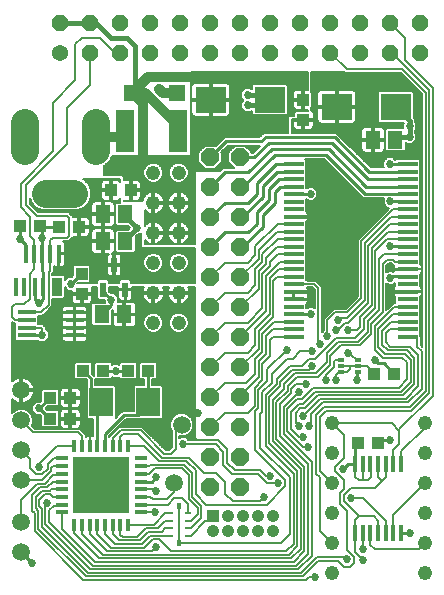
<source format=gtl>
G75*
G70*
%OFA0B0*%
%FSLAX24Y24*%
%IPPOS*%
%LPD*%
%AMOC8*
5,1,8,0,0,1.08239X$1,22.5*
%
%ADD10C,0.0540*%
%ADD11OC8,0.0540*%
%ADD12R,0.0512X0.0591*%
%ADD13R,0.1024X0.0866*%
%ADD14R,0.0140X0.0420*%
%ADD15R,0.0420X0.0140*%
%ADD16R,0.1850X0.1850*%
%ADD17R,0.0680X0.0160*%
%ADD18R,0.0433X0.0394*%
%ADD19R,0.0394X0.0433*%
%ADD20R,0.0236X0.0118*%
%ADD21R,0.0420X0.0420*%
%ADD22C,0.0420*%
%ADD23R,0.0140X0.0580*%
%ADD24C,0.0480*%
%ADD25R,0.0787X0.0945*%
%ADD26OC8,0.0600*%
%ADD27R,0.0327X0.0630*%
%ADD28R,0.0157X0.0630*%
%ADD29R,0.0600X0.0180*%
%ADD30R,0.0220X0.0500*%
%ADD31C,0.0945*%
%ADD32R,0.0591X0.1417*%
%ADD33R,0.0551X0.0551*%
%ADD34C,0.0591*%
%ADD35R,0.0236X0.0079*%
%ADD36R,0.0118X0.0197*%
%ADD37C,0.0060*%
%ADD38C,0.0100*%
%ADD39C,0.0160*%
%ADD40C,0.0270*%
%ADD41C,0.0900*%
%ADD42C,0.0320*%
D10*
X002200Y018200D03*
D11*
X002200Y019200D03*
X003200Y019200D03*
X003200Y018200D03*
X004200Y018200D03*
X004200Y019200D03*
X005200Y019200D03*
X005200Y018200D03*
X006200Y018200D03*
X006200Y019200D03*
X007200Y019200D03*
X007200Y018200D03*
X008200Y018200D03*
X008200Y019200D03*
X009200Y019200D03*
X009200Y018200D03*
X010200Y018200D03*
X010200Y019200D03*
X011200Y019200D03*
X011200Y018200D03*
X012200Y018200D03*
X012200Y019200D03*
X013200Y019200D03*
X013200Y018200D03*
X014200Y018200D03*
X014200Y019200D03*
D12*
X013374Y015300D03*
X012626Y015300D03*
X004374Y012820D03*
X004374Y011920D03*
X003626Y011920D03*
X003626Y012820D03*
X003586Y009480D03*
X004334Y009480D03*
D13*
X007216Y016640D03*
X009184Y016640D03*
X011416Y016400D03*
X013384Y016400D03*
D14*
X004470Y005090D03*
X004210Y005090D03*
X003950Y005090D03*
X003700Y005090D03*
X003440Y005090D03*
X003190Y005090D03*
X002930Y005090D03*
X002670Y005090D03*
X002670Y002470D03*
X002930Y002470D03*
X003190Y002470D03*
X003440Y002470D03*
X003700Y002470D03*
X003950Y002470D03*
X004210Y002470D03*
X004470Y002470D03*
D15*
X004880Y002880D03*
X004880Y003140D03*
X004880Y003400D03*
X004880Y003650D03*
X004880Y003910D03*
X004880Y004160D03*
X004880Y004420D03*
X004880Y004680D03*
X002260Y004680D03*
X002260Y004420D03*
X002260Y004160D03*
X002260Y003910D03*
X002260Y003650D03*
X002260Y003400D03*
X002260Y003140D03*
X002260Y002880D03*
D16*
X003570Y003780D03*
D17*
X009980Y008740D03*
X009980Y009000D03*
X009980Y009240D03*
X009980Y009500D03*
X009980Y009740D03*
X009980Y010000D03*
X009980Y010240D03*
X009980Y010500D03*
X009980Y010740D03*
X009980Y011000D03*
X009980Y011240D03*
X009980Y011500D03*
X009980Y011740D03*
X009980Y012000D03*
X009980Y012240D03*
X009980Y012500D03*
X009980Y012740D03*
X009980Y013000D03*
X009980Y013240D03*
X009980Y013500D03*
X009980Y013740D03*
X009980Y014000D03*
X009980Y014240D03*
X009980Y014500D03*
X013780Y014500D03*
X013780Y014240D03*
X013780Y014000D03*
X013780Y013740D03*
X013780Y013500D03*
X013780Y013240D03*
X013780Y013000D03*
X013780Y012740D03*
X013780Y012500D03*
X013780Y012240D03*
X013780Y012000D03*
X013780Y011740D03*
X013780Y011500D03*
X013780Y011240D03*
X013780Y011000D03*
X013780Y010740D03*
X013780Y010500D03*
X013780Y010240D03*
X013780Y010000D03*
X013780Y009740D03*
X013780Y009500D03*
X013780Y009240D03*
X013780Y009000D03*
X013780Y008740D03*
D18*
X013335Y007500D03*
X012665Y007500D03*
X012785Y005210D03*
X012115Y005210D03*
X005135Y007600D03*
X004465Y007600D03*
X003635Y007600D03*
X002965Y007600D03*
X002535Y006700D03*
X001865Y006700D03*
X001865Y006000D03*
X002535Y006000D03*
X002835Y012400D03*
X002165Y012400D03*
X001535Y012420D03*
X000865Y012420D03*
X010300Y015965D03*
X010300Y016635D03*
D19*
X004555Y013620D03*
X003885Y013620D03*
X002920Y010835D03*
X002920Y010165D03*
D20*
X011564Y007947D03*
X011564Y007750D03*
X011564Y007553D03*
X012116Y007553D03*
X012116Y007750D03*
X012116Y007947D03*
D21*
X007290Y002770D03*
D22*
X007290Y002270D03*
X007790Y002270D03*
X007790Y002770D03*
X008290Y002770D03*
X008290Y002270D03*
X008790Y002270D03*
X008790Y002770D03*
X009290Y002770D03*
X009290Y002270D03*
D23*
X012030Y002200D03*
X012290Y002200D03*
X012540Y002200D03*
X012800Y002200D03*
X013060Y002200D03*
X013310Y002200D03*
X013570Y002200D03*
X013570Y004500D03*
X013310Y004500D03*
X013060Y004500D03*
X012800Y004500D03*
X012540Y004500D03*
X012290Y004500D03*
X012030Y004500D03*
D24*
X011250Y004850D03*
X011250Y005850D03*
X011250Y003850D03*
X011250Y002850D03*
X011250Y001850D03*
X011250Y000850D03*
X014350Y000850D03*
X014350Y001850D03*
X014350Y002850D03*
X014350Y003850D03*
X014350Y004850D03*
X014350Y005850D03*
X006150Y009200D03*
X006150Y010200D03*
X006150Y011200D03*
X006150Y012200D03*
X006150Y013200D03*
X006150Y014200D03*
X005300Y014200D03*
X005300Y013200D03*
X005300Y012200D03*
X005300Y011200D03*
X005300Y010200D03*
X005300Y009200D03*
D25*
X005137Y006550D03*
X003563Y006550D03*
D26*
X007200Y006720D03*
X007200Y005720D03*
X007200Y004720D03*
X007200Y003720D03*
X008200Y003720D03*
X008200Y004720D03*
X008200Y005720D03*
X008200Y006720D03*
X008200Y007720D03*
X008200Y008720D03*
X008200Y009720D03*
X008200Y010720D03*
X008200Y011720D03*
X008200Y012720D03*
X008200Y013720D03*
X008200Y014720D03*
X007200Y014720D03*
X007200Y013720D03*
X007200Y012720D03*
X007200Y011720D03*
X007200Y010720D03*
X007200Y009720D03*
X007200Y008720D03*
X007200Y007720D03*
D27*
X002091Y010400D03*
D28*
X001632Y010400D03*
X001376Y010400D03*
X000983Y010400D03*
X000715Y010400D03*
X001065Y011502D03*
X001335Y011502D03*
X001605Y011502D03*
X001874Y011502D03*
X002144Y011502D03*
D29*
X002680Y009550D03*
X002680Y009300D03*
X002680Y009040D03*
X002680Y008790D03*
X001080Y008790D03*
X001080Y009040D03*
X001080Y009300D03*
X001080Y009550D03*
D30*
X003630Y010310D03*
X004000Y011130D03*
X004370Y010310D03*
D31*
X002672Y013510D02*
X001728Y013510D01*
X001019Y014928D02*
X001019Y015872D01*
X003381Y015872D02*
X003381Y014928D01*
D32*
X004344Y015600D03*
X006116Y015600D03*
D33*
X006098Y016860D03*
X004602Y016860D03*
D34*
X000900Y006950D03*
X000900Y005950D03*
X000900Y004950D03*
X000900Y003950D03*
X000900Y002550D03*
X000900Y001550D03*
X006000Y003850D03*
X006250Y005800D03*
D35*
X006445Y002855D03*
X006445Y002605D03*
X006445Y002355D03*
X006445Y002105D03*
X005855Y002105D03*
X005855Y002355D03*
X005855Y002605D03*
X005855Y002855D03*
D36*
X006150Y003090D03*
X006150Y001870D03*
D37*
X009570Y001870D01*
X009850Y002150D01*
X009850Y004050D01*
X008870Y005030D01*
X008870Y006170D01*
X008930Y006230D01*
X008930Y006880D01*
X009250Y007200D01*
X009250Y007500D01*
X009750Y008000D01*
X009950Y008000D01*
X010200Y008250D01*
X010600Y008250D01*
X010500Y008000D02*
X010700Y008000D01*
X011390Y008690D01*
X012040Y008690D01*
X012330Y008980D01*
X012330Y009330D01*
X012710Y009710D01*
X012710Y011610D01*
X013100Y012000D01*
X013780Y012000D01*
X013780Y012240D02*
X013140Y012240D01*
X012590Y011690D01*
X012590Y009790D01*
X012200Y009400D01*
X012200Y009050D01*
X012100Y008950D01*
X011800Y008950D01*
X011800Y009200D02*
X011700Y009200D01*
X011450Y008950D01*
X011400Y008950D01*
X011450Y009300D02*
X011520Y009370D01*
X011770Y009370D01*
X012350Y009950D01*
X012350Y011850D01*
X013240Y012740D01*
X013780Y012740D01*
X013780Y013000D02*
X013300Y013000D01*
X012230Y011930D01*
X012230Y010030D01*
X011750Y009550D01*
X011350Y009550D01*
X011100Y009300D01*
X011100Y008750D01*
X010920Y008888D02*
X010980Y008948D01*
X010980Y009350D01*
X011300Y009670D01*
X011700Y009670D01*
X012110Y010080D01*
X012110Y011980D01*
X012180Y012050D01*
X013155Y013025D01*
X013107Y013025D01*
X012975Y013157D01*
X012975Y013343D01*
X012992Y013360D01*
X012292Y013360D01*
X012210Y013442D01*
X010992Y014660D01*
X010367Y014660D01*
X010410Y014617D01*
X010410Y014383D01*
X010397Y014370D01*
X010410Y014357D01*
X010410Y014123D01*
X010407Y014120D01*
X010410Y014117D01*
X010410Y013883D01*
X010397Y013870D01*
X010410Y013857D01*
X010410Y013678D01*
X010457Y013725D01*
X010643Y013725D01*
X010775Y013593D01*
X010775Y013407D01*
X010643Y013275D01*
X010457Y013275D01*
X010410Y013322D01*
X010410Y013123D01*
X010407Y013120D01*
X010410Y013117D01*
X010410Y012914D01*
X010424Y012900D01*
X010441Y012870D01*
X010450Y012837D01*
X010450Y012750D01*
X009990Y012750D01*
X009990Y012730D01*
X010450Y012730D01*
X010450Y012643D01*
X010441Y012610D01*
X010424Y012580D01*
X010410Y012566D01*
X010410Y012383D01*
X010397Y012370D01*
X010410Y012357D01*
X010410Y012123D01*
X010407Y012120D01*
X010410Y012117D01*
X010410Y011883D01*
X010397Y011870D01*
X010410Y011857D01*
X010410Y011623D01*
X010407Y011620D01*
X010410Y011617D01*
X010410Y011383D01*
X010397Y011370D01*
X010410Y011357D01*
X010410Y011123D01*
X010407Y011120D01*
X010410Y011117D01*
X010410Y010883D01*
X010397Y010870D01*
X010410Y010857D01*
X010410Y010623D01*
X010407Y010620D01*
X010407Y010620D01*
X010700Y010620D01*
X010850Y010470D01*
X010920Y010400D01*
X010920Y008888D01*
X010920Y008934D02*
X010965Y008934D01*
X010980Y008992D02*
X010920Y008992D01*
X010920Y009051D02*
X010980Y009051D01*
X010980Y009109D02*
X010920Y009109D01*
X010920Y009168D02*
X010980Y009168D01*
X010980Y009226D02*
X010920Y009226D01*
X010920Y009285D02*
X010980Y009285D01*
X010980Y009343D02*
X010920Y009343D01*
X010920Y009402D02*
X011032Y009402D01*
X011090Y009460D02*
X010920Y009460D01*
X010920Y009519D02*
X011149Y009519D01*
X011207Y009577D02*
X010920Y009577D01*
X010920Y009636D02*
X011266Y009636D01*
X010920Y009694D02*
X011724Y009694D01*
X011783Y009753D02*
X010920Y009753D01*
X010920Y009811D02*
X011841Y009811D01*
X011900Y009870D02*
X010920Y009870D01*
X010920Y009928D02*
X011958Y009928D01*
X012017Y009987D02*
X010920Y009987D01*
X010920Y010045D02*
X012075Y010045D01*
X012110Y010104D02*
X010920Y010104D01*
X010920Y010162D02*
X012110Y010162D01*
X012110Y010221D02*
X010920Y010221D01*
X010920Y010279D02*
X012110Y010279D01*
X012110Y010338D02*
X010920Y010338D01*
X010920Y010396D02*
X012110Y010396D01*
X012110Y010455D02*
X010865Y010455D01*
X010807Y010513D02*
X012110Y010513D01*
X012110Y010572D02*
X010748Y010572D01*
X010650Y010500D02*
X010800Y010350D01*
X010800Y008550D01*
X010850Y008500D01*
X011080Y008180D02*
X011470Y008570D01*
X012120Y008570D01*
X012450Y008900D01*
X012450Y009250D01*
X012830Y009630D01*
X012830Y011330D01*
X013000Y011500D01*
X013780Y011500D01*
X013780Y011240D02*
X013360Y011240D01*
X013300Y011300D01*
X013100Y011300D01*
X012950Y011150D01*
X012950Y009550D01*
X012570Y009170D01*
X012570Y008820D01*
X012200Y008450D01*
X011550Y008450D01*
X011200Y008100D01*
X011200Y007800D01*
X010800Y007400D01*
X010100Y007400D01*
X009780Y007080D01*
X009780Y006930D01*
X009410Y006560D01*
X009410Y005340D01*
X010340Y004410D01*
X010340Y001590D01*
X009980Y001230D01*
X003370Y001230D01*
X002260Y002340D01*
X002260Y002880D01*
X002220Y003100D02*
X001980Y003100D01*
X001830Y002950D01*
X001830Y002570D01*
X003290Y001110D01*
X010060Y001110D01*
X010460Y001510D01*
X010460Y004490D01*
X009530Y005420D01*
X009530Y006480D01*
X009900Y006850D01*
X009900Y007000D01*
X010050Y007150D01*
X010400Y007150D01*
X010630Y007030D02*
X010250Y006650D01*
X010100Y006650D01*
X009770Y006320D01*
X009770Y005580D01*
X010300Y005050D01*
X010450Y005050D01*
X010300Y005400D02*
X010150Y005400D01*
X009890Y005660D01*
X009890Y006240D01*
X010150Y006500D01*
X010300Y006500D01*
X010710Y006910D01*
X013560Y006910D01*
X013890Y007240D01*
X013890Y007960D01*
X013690Y008160D01*
X013040Y008160D01*
X012810Y008390D01*
X012810Y009010D01*
X013300Y009500D01*
X013780Y009500D01*
X013780Y009740D02*
X013340Y009740D01*
X012690Y009090D01*
X012690Y008310D01*
X012960Y008040D01*
X013610Y008040D01*
X013770Y007880D01*
X013770Y007320D01*
X013480Y007030D01*
X010630Y007030D01*
X010790Y006790D02*
X010350Y006350D01*
X010200Y006350D01*
X010050Y006200D01*
X010050Y005850D01*
X010150Y005750D01*
X010300Y006100D02*
X010870Y006670D01*
X013720Y006670D01*
X014130Y007080D01*
X014130Y008120D01*
X013850Y008400D01*
X013200Y008400D01*
X013050Y008550D01*
X013050Y008850D01*
X013200Y009000D01*
X013780Y009000D01*
X013780Y009240D02*
X013240Y009240D01*
X012930Y008930D01*
X012930Y008470D01*
X013120Y008280D01*
X013770Y008280D01*
X014010Y008040D01*
X014010Y007160D01*
X013640Y006790D01*
X010790Y006790D01*
X010950Y006550D02*
X010550Y006150D01*
X010550Y005800D01*
X010500Y005750D01*
X010730Y006130D02*
X010730Y004170D01*
X010850Y004050D01*
X010850Y002250D01*
X011250Y001850D01*
X011770Y001630D02*
X012000Y001400D01*
X012000Y001200D01*
X011850Y001050D01*
X011650Y001050D01*
X011450Y001250D01*
X010800Y001250D01*
X010300Y000750D01*
X003050Y000750D01*
X001470Y002330D01*
X001470Y002930D01*
X001380Y003020D01*
X001380Y003380D01*
X001600Y003600D01*
X001850Y003600D01*
X001900Y003650D01*
X002260Y003650D01*
X002260Y003910D02*
X001960Y003910D01*
X001770Y003720D01*
X001520Y003720D01*
X001260Y003460D01*
X001260Y002940D01*
X001350Y002850D01*
X001350Y002250D01*
X002970Y000630D01*
X010380Y000630D01*
X010490Y000740D01*
X010700Y000740D01*
X010220Y000870D02*
X010750Y001400D01*
X011670Y001400D01*
X011750Y001320D01*
X011770Y001630D02*
X011770Y002930D01*
X011530Y003170D01*
X011530Y003530D01*
X011650Y003650D01*
X011650Y003950D01*
X011350Y004250D01*
X011350Y004400D01*
X011650Y004700D01*
X011650Y005450D01*
X011250Y005850D01*
X013250Y005850D01*
X013500Y005600D01*
X013500Y005650D01*
X014620Y006770D01*
X014620Y017030D01*
X013700Y017950D01*
X013700Y018700D01*
X013200Y019200D01*
X013200Y018200D02*
X013250Y018200D01*
X014500Y016950D01*
X014500Y006850D01*
X013900Y006250D01*
X011050Y006250D01*
X010850Y006050D01*
X010850Y004250D01*
X011250Y003850D01*
X011650Y003450D02*
X011650Y003250D01*
X012150Y002750D01*
X012030Y002630D01*
X012030Y002200D01*
X012030Y001570D01*
X012300Y001300D01*
X012300Y001650D02*
X012290Y001660D01*
X012290Y002200D01*
X012540Y002200D02*
X012540Y001810D01*
X012700Y001650D01*
X014150Y001650D01*
X014350Y001850D01*
X013310Y002200D02*
X013310Y002810D01*
X014350Y003850D01*
X013570Y004500D02*
X013570Y004920D01*
X014350Y005700D01*
X014350Y005850D01*
X013850Y006400D02*
X011000Y006400D01*
X010730Y006130D01*
X010950Y006550D02*
X013800Y006550D01*
X014250Y007000D01*
X014250Y008250D01*
X014100Y008400D01*
X014100Y008700D01*
X014060Y008740D01*
X013780Y008740D01*
X014210Y008760D02*
X014210Y008857D01*
X014197Y008870D01*
X014210Y008883D01*
X014210Y009117D01*
X014207Y009120D01*
X014210Y009123D01*
X014210Y009357D01*
X014197Y009370D01*
X014210Y009383D01*
X014210Y009617D01*
X014207Y009620D01*
X014210Y009623D01*
X014210Y009857D01*
X014197Y009870D01*
X014210Y009883D01*
X014210Y010066D01*
X014224Y010080D01*
X014241Y010110D01*
X014250Y010143D01*
X014250Y010230D01*
X013790Y010230D01*
X013790Y010250D01*
X014250Y010250D01*
X014250Y010337D01*
X014241Y010370D01*
X014224Y010400D01*
X014210Y010414D01*
X014210Y010617D01*
X014207Y010620D01*
X014210Y010623D01*
X014210Y010826D01*
X014224Y010840D01*
X014241Y010870D01*
X014250Y010903D01*
X014250Y010990D01*
X013790Y010990D01*
X013790Y011010D01*
X014250Y011010D01*
X014250Y011097D01*
X014241Y011130D01*
X014224Y011160D01*
X014210Y011174D01*
X014210Y011357D01*
X014197Y011370D01*
X014210Y011383D01*
X014210Y011617D01*
X014207Y011620D01*
X014210Y011623D01*
X014210Y011857D01*
X014197Y011870D01*
X014210Y011883D01*
X014210Y012117D01*
X014207Y012120D01*
X014210Y012123D01*
X014210Y012357D01*
X014197Y012370D01*
X014210Y012383D01*
X014210Y012617D01*
X014207Y012620D01*
X014210Y012623D01*
X014210Y012857D01*
X014197Y012870D01*
X014210Y012883D01*
X014210Y013117D01*
X014207Y013120D01*
X014210Y013123D01*
X014210Y013357D01*
X014197Y013370D01*
X014210Y013383D01*
X014210Y013617D01*
X014207Y013620D01*
X014210Y013623D01*
X014210Y013857D01*
X014197Y013870D01*
X014210Y013883D01*
X014210Y014117D01*
X014207Y014120D01*
X014210Y014123D01*
X014210Y014357D01*
X014197Y014370D01*
X014210Y014383D01*
X014210Y014617D01*
X014157Y014670D01*
X013403Y014670D01*
X013375Y014643D01*
X013293Y014725D01*
X013107Y014725D01*
X012975Y014593D01*
X012975Y014407D01*
X013002Y014380D01*
X012568Y014380D01*
X011408Y015540D01*
X009920Y015540D01*
X009920Y015980D01*
X010270Y015980D01*
X010270Y015935D01*
X010330Y015935D01*
X010330Y015639D01*
X010534Y015639D01*
X010567Y015647D01*
X010596Y015664D01*
X010621Y015689D01*
X010638Y015718D01*
X010647Y015751D01*
X010647Y015935D01*
X010330Y015935D01*
X010330Y015980D01*
X010500Y015980D01*
X010515Y015995D01*
X010647Y015995D01*
X010647Y016179D01*
X010638Y016212D01*
X010621Y016242D01*
X010596Y016266D01*
X010570Y016281D01*
X010570Y016364D01*
X010607Y016401D01*
X010607Y016869D01*
X010570Y016905D01*
X010570Y017550D01*
X011680Y017550D01*
X011700Y017530D01*
X013550Y017530D01*
X014260Y016820D01*
X014260Y008410D01*
X014220Y008450D01*
X014220Y008750D01*
X014210Y008760D01*
X014212Y008758D02*
X014260Y008758D01*
X014260Y008700D02*
X014220Y008700D01*
X014220Y008641D02*
X014260Y008641D01*
X014260Y008583D02*
X014220Y008583D01*
X014220Y008524D02*
X014260Y008524D01*
X014260Y008466D02*
X014220Y008466D01*
X014210Y008817D02*
X014260Y008817D01*
X014260Y008875D02*
X014202Y008875D01*
X014210Y008934D02*
X014260Y008934D01*
X014260Y008992D02*
X014210Y008992D01*
X014210Y009051D02*
X014260Y009051D01*
X014260Y009109D02*
X014210Y009109D01*
X014210Y009168D02*
X014260Y009168D01*
X014260Y009226D02*
X014210Y009226D01*
X014210Y009285D02*
X014260Y009285D01*
X014260Y009343D02*
X014210Y009343D01*
X014210Y009402D02*
X014260Y009402D01*
X014260Y009460D02*
X014210Y009460D01*
X014210Y009519D02*
X014260Y009519D01*
X014260Y009577D02*
X014210Y009577D01*
X014210Y009636D02*
X014260Y009636D01*
X014260Y009694D02*
X014210Y009694D01*
X014210Y009753D02*
X014260Y009753D01*
X014260Y009811D02*
X014210Y009811D01*
X014198Y009870D02*
X014260Y009870D01*
X014260Y009928D02*
X014210Y009928D01*
X014210Y009987D02*
X014260Y009987D01*
X014260Y010045D02*
X014210Y010045D01*
X014238Y010104D02*
X014260Y010104D01*
X014250Y010162D02*
X014260Y010162D01*
X014250Y010221D02*
X014260Y010221D01*
X014250Y010279D02*
X014260Y010279D01*
X014250Y010338D02*
X014260Y010338D01*
X014260Y010396D02*
X014226Y010396D01*
X014210Y010455D02*
X014260Y010455D01*
X014260Y010513D02*
X014210Y010513D01*
X014210Y010572D02*
X014260Y010572D01*
X014260Y010630D02*
X014210Y010630D01*
X014210Y010689D02*
X014260Y010689D01*
X014260Y010747D02*
X014210Y010747D01*
X014210Y010806D02*
X014260Y010806D01*
X014260Y010864D02*
X014238Y010864D01*
X014250Y010923D02*
X014260Y010923D01*
X014250Y010981D02*
X014260Y010981D01*
X014250Y011040D02*
X014260Y011040D01*
X014250Y011098D02*
X014260Y011098D01*
X014260Y011157D02*
X014226Y011157D01*
X014210Y011215D02*
X014260Y011215D01*
X014260Y011274D02*
X014210Y011274D01*
X014210Y011332D02*
X014260Y011332D01*
X014260Y011391D02*
X014210Y011391D01*
X014210Y011449D02*
X014260Y011449D01*
X014260Y011508D02*
X014210Y011508D01*
X014210Y011566D02*
X014260Y011566D01*
X014260Y011625D02*
X014210Y011625D01*
X014210Y011683D02*
X014260Y011683D01*
X014260Y011742D02*
X014210Y011742D01*
X014210Y011800D02*
X014260Y011800D01*
X014260Y011859D02*
X014209Y011859D01*
X014210Y011917D02*
X014260Y011917D01*
X014260Y011976D02*
X014210Y011976D01*
X014210Y012034D02*
X014260Y012034D01*
X014260Y012093D02*
X014210Y012093D01*
X014210Y012151D02*
X014260Y012151D01*
X014260Y012210D02*
X014210Y012210D01*
X014210Y012268D02*
X014260Y012268D01*
X014260Y012327D02*
X014210Y012327D01*
X014210Y012385D02*
X014260Y012385D01*
X014260Y012444D02*
X014210Y012444D01*
X014210Y012502D02*
X014260Y012502D01*
X014260Y012561D02*
X014210Y012561D01*
X014208Y012619D02*
X014260Y012619D01*
X014260Y012678D02*
X014210Y012678D01*
X014210Y012736D02*
X014260Y012736D01*
X014260Y012795D02*
X014210Y012795D01*
X014210Y012853D02*
X014260Y012853D01*
X014260Y012912D02*
X014210Y012912D01*
X014210Y012970D02*
X014260Y012970D01*
X014260Y013029D02*
X014210Y013029D01*
X014210Y013087D02*
X014260Y013087D01*
X014260Y013146D02*
X014210Y013146D01*
X014210Y013204D02*
X014260Y013204D01*
X014260Y013263D02*
X014210Y013263D01*
X014210Y013321D02*
X014260Y013321D01*
X014260Y013380D02*
X014207Y013380D01*
X014210Y013438D02*
X014260Y013438D01*
X014260Y013497D02*
X014210Y013497D01*
X014210Y013555D02*
X014260Y013555D01*
X014260Y013614D02*
X014210Y013614D01*
X014210Y013672D02*
X014260Y013672D01*
X014260Y013731D02*
X014210Y013731D01*
X014210Y013789D02*
X014260Y013789D01*
X014260Y013848D02*
X014210Y013848D01*
X014210Y013906D02*
X014260Y013906D01*
X014260Y013965D02*
X014210Y013965D01*
X014210Y014023D02*
X014260Y014023D01*
X014260Y014082D02*
X014210Y014082D01*
X014210Y014140D02*
X014260Y014140D01*
X014260Y014199D02*
X014210Y014199D01*
X014210Y014257D02*
X014260Y014257D01*
X014260Y014316D02*
X014210Y014316D01*
X014201Y014374D02*
X014260Y014374D01*
X014260Y014433D02*
X014210Y014433D01*
X014210Y014491D02*
X014260Y014491D01*
X014260Y014550D02*
X014210Y014550D01*
X014210Y014608D02*
X014260Y014608D01*
X014260Y014667D02*
X014161Y014667D01*
X014260Y014725D02*
X012223Y014725D01*
X012281Y014667D02*
X013048Y014667D01*
X012990Y014608D02*
X012340Y014608D01*
X012398Y014550D02*
X012975Y014550D01*
X012975Y014491D02*
X012457Y014491D01*
X012515Y014433D02*
X012975Y014433D01*
X013352Y014667D02*
X013399Y014667D01*
X013667Y014915D02*
X013720Y014967D01*
X013720Y015212D01*
X013757Y015175D01*
X013943Y015175D01*
X014075Y015307D01*
X014075Y015493D01*
X014020Y015548D01*
X014020Y015602D01*
X014075Y015657D01*
X014075Y015843D01*
X014020Y015898D01*
X014020Y016005D01*
X013986Y016039D01*
X013986Y016870D01*
X013933Y016923D01*
X012835Y016923D01*
X012782Y016870D01*
X012782Y015930D01*
X012835Y015877D01*
X013659Y015877D01*
X013625Y015843D01*
X013625Y015685D01*
X013081Y015685D01*
X013028Y015633D01*
X013028Y014967D01*
X013081Y014915D01*
X013667Y014915D01*
X013712Y014959D02*
X014260Y014959D01*
X014260Y014901D02*
X012961Y014901D01*
X012962Y014901D02*
X012986Y014925D01*
X013003Y014955D01*
X013012Y014988D01*
X013012Y015270D01*
X012656Y015270D01*
X012656Y015330D01*
X013012Y015330D01*
X013012Y015612D01*
X013003Y015645D01*
X012986Y015675D01*
X012962Y015699D01*
X012932Y015716D01*
X012899Y015725D01*
X012656Y015725D01*
X012656Y015330D01*
X012596Y015330D01*
X012596Y015725D01*
X012353Y015725D01*
X012320Y015716D01*
X012290Y015699D01*
X012266Y015675D01*
X012249Y015645D01*
X012240Y015612D01*
X012240Y015330D01*
X012596Y015330D01*
X012596Y015270D01*
X012656Y015270D01*
X012656Y014875D01*
X012899Y014875D01*
X012932Y014884D01*
X012962Y014901D01*
X013004Y014959D02*
X013036Y014959D01*
X013028Y015018D02*
X013012Y015018D01*
X013012Y015076D02*
X013028Y015076D01*
X013028Y015135D02*
X013012Y015135D01*
X013012Y015193D02*
X013028Y015193D01*
X013028Y015252D02*
X013012Y015252D01*
X013028Y015310D02*
X012656Y015310D01*
X012656Y015252D02*
X012596Y015252D01*
X012596Y015270D02*
X012596Y014875D01*
X012353Y014875D01*
X012320Y014884D01*
X012290Y014901D01*
X012266Y014925D01*
X012249Y014955D01*
X012240Y014988D01*
X012240Y015270D01*
X012596Y015270D01*
X012596Y015310D02*
X011638Y015310D01*
X011696Y015252D02*
X012240Y015252D01*
X012240Y015193D02*
X011755Y015193D01*
X011813Y015135D02*
X012240Y015135D01*
X012240Y015076D02*
X011872Y015076D01*
X011930Y015018D02*
X012240Y015018D01*
X012248Y014959D02*
X011989Y014959D01*
X012047Y014901D02*
X012290Y014901D01*
X012164Y014784D02*
X014260Y014784D01*
X014260Y014842D02*
X012106Y014842D01*
X012596Y014901D02*
X012656Y014901D01*
X012656Y014959D02*
X012596Y014959D01*
X012596Y015018D02*
X012656Y015018D01*
X012656Y015076D02*
X012596Y015076D01*
X012596Y015135D02*
X012656Y015135D01*
X012656Y015193D02*
X012596Y015193D01*
X012596Y015369D02*
X012656Y015369D01*
X012656Y015427D02*
X012596Y015427D01*
X012596Y015486D02*
X012656Y015486D01*
X012656Y015544D02*
X012596Y015544D01*
X012596Y015603D02*
X012656Y015603D01*
X012656Y015661D02*
X012596Y015661D01*
X012596Y015720D02*
X012656Y015720D01*
X012817Y015895D02*
X012036Y015895D01*
X012032Y015887D02*
X012049Y015917D01*
X012058Y015950D01*
X012058Y016370D01*
X011446Y016370D01*
X011446Y016430D01*
X012058Y016430D01*
X012058Y016850D01*
X012049Y016883D01*
X012032Y016913D01*
X012007Y016937D01*
X011978Y016954D01*
X011945Y016963D01*
X011446Y016963D01*
X011446Y016430D01*
X011386Y016430D01*
X011386Y016963D01*
X010887Y016963D01*
X010854Y016954D01*
X010824Y016937D01*
X010800Y016913D01*
X010783Y016883D01*
X010774Y016850D01*
X010774Y016430D01*
X011386Y016430D01*
X011386Y016370D01*
X011446Y016370D01*
X011446Y015837D01*
X011945Y015837D01*
X011978Y015846D01*
X012007Y015863D01*
X012032Y015887D01*
X012058Y015954D02*
X012782Y015954D01*
X012782Y016012D02*
X012058Y016012D01*
X012058Y016071D02*
X012782Y016071D01*
X012782Y016129D02*
X012058Y016129D01*
X012058Y016188D02*
X012782Y016188D01*
X012782Y016246D02*
X012058Y016246D01*
X012058Y016305D02*
X012782Y016305D01*
X012782Y016363D02*
X012058Y016363D01*
X012058Y016480D02*
X012782Y016480D01*
X012782Y016422D02*
X011446Y016422D01*
X011446Y016480D02*
X011386Y016480D01*
X011386Y016422D02*
X010607Y016422D01*
X010607Y016480D02*
X010774Y016480D01*
X010774Y016539D02*
X010607Y016539D01*
X010607Y016597D02*
X010774Y016597D01*
X010774Y016656D02*
X010607Y016656D01*
X010607Y016714D02*
X010774Y016714D01*
X010774Y016773D02*
X010607Y016773D01*
X010607Y016831D02*
X010774Y016831D01*
X010786Y016890D02*
X010586Y016890D01*
X010570Y016948D02*
X010843Y016948D01*
X010570Y017007D02*
X014074Y017007D01*
X014015Y017065D02*
X010570Y017065D01*
X010570Y017124D02*
X013957Y017124D01*
X013898Y017182D02*
X010570Y017182D01*
X010570Y017241D02*
X013840Y017241D01*
X013781Y017299D02*
X010570Y017299D01*
X010570Y017358D02*
X013723Y017358D01*
X013664Y017416D02*
X010570Y017416D01*
X010570Y017475D02*
X013606Y017475D01*
X013600Y017650D02*
X014380Y016870D01*
X014380Y006930D01*
X013850Y006400D01*
X013500Y005600D02*
X013500Y005150D01*
X013310Y004960D01*
X013310Y004500D01*
X013060Y004500D02*
X013060Y004060D01*
X012925Y003925D01*
X012800Y004050D01*
X012800Y004500D01*
X012550Y004500D02*
X012540Y004500D01*
X012550Y004490D01*
X012550Y004050D01*
X012450Y003950D01*
X012300Y003950D01*
X012300Y004500D01*
X012290Y004500D01*
X012030Y004500D02*
X012030Y004070D01*
X012150Y003950D01*
X012300Y003950D01*
X011900Y003700D02*
X011650Y003450D01*
X011900Y003350D02*
X012300Y003350D01*
X013060Y002590D01*
X013060Y002200D01*
X012800Y002200D02*
X012800Y002600D01*
X012650Y002750D01*
X012150Y002750D01*
X011900Y003700D02*
X012700Y003700D01*
X012925Y003925D01*
X010580Y004570D02*
X010580Y001430D01*
X010140Y000990D01*
X003210Y000990D01*
X001710Y002490D01*
X001710Y003170D01*
X001750Y003210D01*
X001590Y003010D02*
X001590Y002410D01*
X003130Y000870D01*
X010220Y000870D01*
X009900Y001350D02*
X010220Y001670D01*
X010220Y004330D01*
X009290Y005260D01*
X009290Y006640D01*
X009660Y007010D01*
X009660Y007160D01*
X010020Y007520D01*
X010720Y007520D01*
X011080Y007880D01*
X011080Y008180D01*
X011320Y007900D02*
X011320Y007720D01*
X011050Y007450D01*
X011050Y007300D01*
X011400Y007300D02*
X011400Y007450D01*
X011503Y007553D01*
X011564Y007553D01*
X011747Y007553D01*
X011750Y007550D01*
X011850Y007650D01*
X011850Y007750D01*
X012116Y007750D01*
X012415Y007750D01*
X012665Y007500D01*
X012116Y007947D02*
X012053Y007997D01*
X011800Y008200D01*
X011564Y007947D02*
X011367Y007947D01*
X011320Y007900D01*
X011564Y007750D02*
X011850Y007750D01*
X012116Y007947D02*
X012103Y007997D01*
X011800Y009200D02*
X012470Y009870D01*
X012470Y011770D01*
X013200Y012500D01*
X013780Y012500D01*
X013100Y012970D02*
X010410Y012970D01*
X010412Y012912D02*
X013042Y012912D01*
X012983Y012853D02*
X010446Y012853D01*
X010450Y012795D02*
X012925Y012795D01*
X012866Y012736D02*
X009990Y012736D01*
X009980Y012500D02*
X009450Y012500D01*
X008700Y011750D01*
X008700Y011450D01*
X008450Y011200D01*
X007680Y011200D01*
X007200Y010720D01*
X006700Y010747D02*
X003207Y010747D01*
X003207Y010689D02*
X006700Y010689D01*
X006700Y010630D02*
X004537Y010630D01*
X004517Y010650D02*
X004223Y010650D01*
X004170Y010597D01*
X004170Y010520D01*
X003830Y010520D01*
X003830Y010597D01*
X003777Y010650D01*
X003483Y010650D01*
X003430Y010597D01*
X003430Y010520D01*
X002775Y010520D01*
X002775Y010527D01*
X002776Y010528D01*
X003154Y010528D01*
X003207Y010581D01*
X003207Y011088D01*
X003154Y011141D01*
X002686Y011141D01*
X002633Y011088D01*
X002633Y010781D01*
X002577Y010725D01*
X002457Y010725D01*
X002344Y010613D01*
X002344Y010752D01*
X002292Y010805D01*
X001940Y010805D01*
X001940Y010830D01*
X001994Y010885D01*
X001994Y011078D01*
X002015Y011066D01*
X002048Y011057D01*
X002135Y011057D01*
X002135Y011493D01*
X002153Y011493D01*
X002153Y011057D01*
X002240Y011057D01*
X002273Y011066D01*
X002303Y011083D01*
X002327Y011108D01*
X002344Y011137D01*
X002353Y011170D01*
X002353Y011493D01*
X002153Y011493D01*
X002153Y011512D01*
X002353Y011512D01*
X002353Y011834D01*
X002344Y011868D01*
X002327Y011897D01*
X002304Y011920D01*
X002490Y011920D01*
X002550Y011980D01*
X002620Y012050D01*
X002620Y012073D01*
X002805Y012073D01*
X002805Y012370D01*
X002865Y012370D01*
X002865Y012430D01*
X003181Y012430D01*
X003181Y012614D01*
X003172Y012647D01*
X003155Y012677D01*
X003131Y012701D01*
X003101Y012718D01*
X003068Y012727D01*
X002865Y012727D01*
X002865Y012430D01*
X002805Y012430D01*
X002805Y012727D01*
X002620Y012727D01*
X002620Y012750D01*
X002560Y012810D01*
X002490Y012880D01*
X001470Y012880D01*
X001180Y013170D01*
X001180Y013362D01*
X001251Y013192D01*
X001409Y013033D01*
X001616Y012948D01*
X002784Y012948D01*
X002991Y013033D01*
X003149Y013192D01*
X003235Y013398D01*
X003235Y013622D01*
X003149Y013829D01*
X002991Y013987D01*
X002960Y014000D01*
X004200Y014000D01*
X004200Y013893D01*
X004186Y013916D01*
X004162Y013941D01*
X004132Y013958D01*
X004099Y013967D01*
X003915Y013967D01*
X003915Y013650D01*
X003855Y013650D01*
X003855Y013590D01*
X003559Y013590D01*
X003559Y013386D01*
X003567Y013353D01*
X003584Y013324D01*
X003609Y013299D01*
X003638Y013282D01*
X003671Y013273D01*
X003855Y013273D01*
X003855Y013590D01*
X003915Y013590D01*
X003915Y013273D01*
X004099Y013273D01*
X004132Y013282D01*
X004162Y013299D01*
X004186Y013324D01*
X004200Y013347D01*
X004200Y013205D01*
X004081Y013205D01*
X004028Y013153D01*
X004028Y012487D01*
X004081Y012435D01*
X004465Y012435D01*
X004530Y012370D01*
X004465Y012305D01*
X004081Y012305D01*
X004028Y012253D01*
X004028Y011587D01*
X004081Y011535D01*
X004667Y011535D01*
X004720Y011587D01*
X004720Y012080D01*
X004785Y012145D01*
X004863Y012145D01*
X004900Y012182D01*
X004900Y011700D01*
X006700Y011700D01*
X006700Y010520D01*
X006240Y010520D01*
X006216Y010530D01*
X006084Y010530D01*
X006060Y010520D01*
X005390Y010520D01*
X005366Y010530D01*
X005234Y010530D01*
X005210Y010520D01*
X004570Y010520D01*
X004570Y010597D01*
X004517Y010650D01*
X004570Y010572D02*
X006700Y010572D01*
X006700Y010400D02*
X006700Y005280D01*
X006498Y005280D01*
X006393Y005385D01*
X006207Y005385D01*
X006170Y005348D01*
X006170Y005416D01*
X006173Y005415D01*
X006327Y005415D01*
X006468Y005473D01*
X006577Y005582D01*
X006635Y005723D01*
X006635Y005877D01*
X006577Y006018D01*
X006468Y006127D01*
X006327Y006185D01*
X006173Y006185D01*
X006032Y006127D01*
X005923Y006018D01*
X005865Y005877D01*
X005865Y005723D01*
X005923Y005582D01*
X005930Y005575D01*
X005930Y005050D01*
X005830Y004950D01*
X005720Y004950D01*
X004930Y005740D01*
X004170Y005740D01*
X004100Y005670D01*
X004100Y005670D01*
X003900Y005470D01*
X003840Y005410D01*
X003840Y005442D01*
X004388Y005990D01*
X004704Y005990D01*
X004706Y005988D01*
X005568Y005988D01*
X005621Y006040D01*
X005621Y007060D01*
X005568Y007112D01*
X005275Y007112D01*
X005275Y007313D01*
X005388Y007313D01*
X005441Y007366D01*
X005441Y007834D01*
X005388Y007887D01*
X004881Y007887D01*
X004828Y007834D01*
X004828Y007366D01*
X004881Y007313D01*
X004995Y007313D01*
X004995Y007112D01*
X004706Y007112D01*
X004654Y007060D01*
X004654Y006270D01*
X004272Y006270D01*
X004190Y006188D01*
X004046Y006044D01*
X004046Y007060D01*
X003994Y007112D01*
X003360Y007112D01*
X003360Y007334D01*
X003381Y007313D01*
X003888Y007313D01*
X003941Y007366D01*
X003941Y007391D01*
X003957Y007375D01*
X004143Y007375D01*
X004159Y007391D01*
X004159Y007366D01*
X004212Y007313D01*
X004719Y007313D01*
X004772Y007366D01*
X004772Y007834D01*
X004719Y007887D01*
X004212Y007887D01*
X004159Y007834D01*
X004159Y007809D01*
X004143Y007825D01*
X003957Y007825D01*
X003941Y007809D01*
X003941Y007834D01*
X003888Y007887D01*
X003381Y007887D01*
X003328Y007834D01*
X003328Y007435D01*
X003278Y007485D01*
X003272Y007491D01*
X003272Y007834D01*
X003219Y007887D01*
X002712Y007887D01*
X002659Y007834D01*
X002659Y007366D01*
X002712Y007313D01*
X003054Y007313D01*
X003080Y007287D01*
X003080Y007061D01*
X003079Y007060D01*
X003079Y006040D01*
X003132Y005988D01*
X003300Y005988D01*
X003300Y005424D01*
X003277Y005430D01*
X003195Y005430D01*
X003195Y005095D01*
X003185Y005095D01*
X003185Y005430D01*
X003103Y005430D01*
X003070Y005421D01*
X003050Y005410D01*
X003050Y005470D01*
X002920Y005600D01*
X002850Y005670D01*
X001350Y005670D01*
X001245Y005775D01*
X001285Y005873D01*
X001285Y006027D01*
X001227Y006168D01*
X001118Y006277D01*
X000977Y006335D01*
X000823Y006335D01*
X000682Y006277D01*
X000600Y006195D01*
X000600Y006649D01*
X000623Y006626D01*
X000677Y006586D01*
X000737Y006556D01*
X000800Y006535D01*
X000867Y006525D01*
X000870Y006525D01*
X000870Y006920D01*
X000930Y006920D01*
X000930Y006980D01*
X000870Y006980D01*
X000870Y007375D01*
X000867Y007375D01*
X000800Y007365D01*
X000737Y007344D01*
X000677Y007314D01*
X000623Y007274D01*
X000600Y007251D01*
X000600Y009230D01*
X000650Y009180D01*
X000690Y009180D01*
X000690Y009173D01*
X000693Y009170D01*
X000690Y009167D01*
X000690Y008663D01*
X000743Y008610D01*
X001417Y008610D01*
X001445Y008637D01*
X001507Y008575D01*
X001693Y008575D01*
X001825Y008707D01*
X001825Y008893D01*
X001720Y008998D01*
X001720Y009050D01*
X001650Y009120D01*
X001610Y009160D01*
X001470Y009160D01*
X001470Y009167D01*
X001467Y009170D01*
X001470Y009173D01*
X001470Y009430D01*
X001610Y009430D01*
X001680Y009500D01*
X001940Y009760D01*
X001940Y009995D01*
X002292Y009995D01*
X002344Y010048D01*
X002344Y010387D01*
X002457Y010275D01*
X002593Y010275D01*
X002593Y010195D01*
X002890Y010195D01*
X002890Y010135D01*
X002950Y010135D01*
X002950Y009819D01*
X003134Y009819D01*
X003167Y009828D01*
X003197Y009845D01*
X003221Y009869D01*
X003238Y009899D01*
X003247Y009932D01*
X003247Y010135D01*
X002950Y010135D01*
X002950Y010195D01*
X003247Y010195D01*
X003247Y010399D01*
X003247Y010400D01*
X003430Y010400D01*
X003430Y010023D01*
X003483Y009970D01*
X003685Y009970D01*
X003685Y009867D01*
X003687Y009865D01*
X003293Y009865D01*
X003240Y009813D01*
X003240Y009147D01*
X003293Y009095D01*
X003879Y009095D01*
X003932Y009147D01*
X003932Y009628D01*
X003948Y009644D01*
X003948Y009510D01*
X004304Y009510D01*
X004304Y009450D01*
X003948Y009450D01*
X003948Y009168D01*
X003957Y009135D01*
X003974Y009105D01*
X003998Y009081D01*
X004028Y009064D01*
X004061Y009055D01*
X004304Y009055D01*
X004304Y009450D01*
X004364Y009450D01*
X004364Y009055D01*
X004607Y009055D01*
X004640Y009064D01*
X004670Y009081D01*
X004694Y009105D01*
X004711Y009135D01*
X004720Y009168D01*
X004720Y009450D01*
X004364Y009450D01*
X004364Y009510D01*
X004304Y009510D01*
X004304Y009905D01*
X004135Y009905D01*
X004135Y010024D01*
X004139Y010010D01*
X004156Y009980D01*
X004180Y009956D01*
X004210Y009939D01*
X004243Y009930D01*
X004345Y009930D01*
X004345Y010285D01*
X004395Y010285D01*
X004395Y010335D01*
X004610Y010335D01*
X004610Y010400D01*
X004989Y010400D01*
X004972Y010375D01*
X004944Y010308D01*
X004930Y010236D01*
X004930Y010230D01*
X005270Y010230D01*
X005270Y010170D01*
X005330Y010170D01*
X005330Y010230D01*
X005670Y010230D01*
X005670Y010236D01*
X005656Y010308D01*
X005628Y010375D01*
X005611Y010400D01*
X005839Y010400D01*
X005822Y010375D01*
X005794Y010308D01*
X005780Y010236D01*
X005780Y010230D01*
X006120Y010230D01*
X006120Y010170D01*
X006180Y010170D01*
X006180Y010230D01*
X006520Y010230D01*
X006520Y010236D01*
X006506Y010308D01*
X006478Y010375D01*
X006461Y010400D01*
X006700Y010400D01*
X006700Y010396D02*
X006464Y010396D01*
X006494Y010338D02*
X006700Y010338D01*
X006700Y010279D02*
X006512Y010279D01*
X006520Y010170D02*
X006180Y010170D01*
X006180Y009830D01*
X006186Y009830D01*
X006258Y009844D01*
X006325Y009872D01*
X006386Y009913D01*
X006437Y009964D01*
X006478Y010025D01*
X006506Y010092D01*
X006520Y010164D01*
X006520Y010170D01*
X006520Y010162D02*
X006700Y010162D01*
X006700Y010104D02*
X006508Y010104D01*
X006486Y010045D02*
X006700Y010045D01*
X006700Y009987D02*
X006452Y009987D01*
X006401Y009928D02*
X006700Y009928D01*
X006700Y009870D02*
X006319Y009870D01*
X006180Y009870D02*
X006120Y009870D01*
X006120Y009830D02*
X006120Y010170D01*
X005780Y010170D01*
X005780Y010164D01*
X005794Y010092D01*
X005822Y010025D01*
X005863Y009964D01*
X005914Y009913D01*
X005975Y009872D01*
X006042Y009844D01*
X006114Y009830D01*
X006120Y009830D01*
X006120Y009928D02*
X006180Y009928D01*
X006180Y009987D02*
X006120Y009987D01*
X006120Y010045D02*
X006180Y010045D01*
X006180Y010104D02*
X006120Y010104D01*
X006120Y010162D02*
X006180Y010162D01*
X006180Y010221D02*
X006700Y010221D01*
X006700Y009811D02*
X004715Y009811D01*
X004711Y009825D02*
X004720Y009792D01*
X004720Y009510D01*
X004364Y009510D01*
X004364Y009905D01*
X004607Y009905D01*
X004640Y009896D01*
X004670Y009879D01*
X004694Y009855D01*
X004711Y009825D01*
X004680Y009870D02*
X005131Y009870D01*
X005125Y009872D02*
X005192Y009844D01*
X005264Y009830D01*
X005270Y009830D01*
X005270Y010170D01*
X004930Y010170D01*
X004930Y010164D01*
X004944Y010092D01*
X004972Y010025D01*
X005013Y009964D01*
X005064Y009913D01*
X005125Y009872D01*
X005049Y009928D02*
X004135Y009928D01*
X004135Y009987D02*
X004152Y009987D01*
X004130Y010058D02*
X004003Y010185D01*
X003883Y010185D01*
X003830Y010238D01*
X003830Y010400D01*
X004130Y010400D01*
X004130Y010335D01*
X004345Y010335D01*
X004345Y010285D01*
X004130Y010285D01*
X004130Y010058D01*
X004130Y010104D02*
X004085Y010104D01*
X004130Y010162D02*
X004026Y010162D01*
X004130Y010221D02*
X003847Y010221D01*
X003830Y010279D02*
X004130Y010279D01*
X004130Y010338D02*
X003830Y010338D01*
X003830Y010396D02*
X004130Y010396D01*
X004170Y010572D02*
X003830Y010572D01*
X003797Y010630D02*
X004203Y010630D01*
X004160Y010759D02*
X004190Y010776D01*
X004214Y010800D01*
X004231Y010830D01*
X004240Y010863D01*
X004240Y011105D01*
X004025Y011105D01*
X004025Y011155D01*
X004240Y011155D01*
X004240Y011397D01*
X004231Y011430D01*
X004214Y011460D01*
X004190Y011484D01*
X004160Y011501D01*
X004127Y011510D01*
X004025Y011510D01*
X004025Y011155D01*
X003975Y011155D01*
X003975Y011510D01*
X003943Y011510D01*
X003962Y011521D01*
X003986Y011545D01*
X004003Y011575D01*
X004012Y011608D01*
X004012Y011890D01*
X003656Y011890D01*
X003656Y011950D01*
X004012Y011950D01*
X004012Y012232D01*
X004003Y012265D01*
X003986Y012295D01*
X003962Y012319D01*
X003932Y012336D01*
X003899Y012345D01*
X003656Y012345D01*
X003656Y011950D01*
X003596Y011950D01*
X003596Y012345D01*
X003353Y012345D01*
X003320Y012336D01*
X003290Y012319D01*
X003266Y012295D01*
X003249Y012265D01*
X003240Y012232D01*
X003240Y011950D01*
X003596Y011950D01*
X003596Y011890D01*
X003656Y011890D01*
X003656Y011495D01*
X003829Y011495D01*
X003810Y011484D01*
X003786Y011460D01*
X003769Y011430D01*
X003760Y011397D01*
X003760Y011155D01*
X003975Y011155D01*
X003975Y011105D01*
X004025Y011105D01*
X004025Y010750D01*
X004127Y010750D01*
X004160Y010759D01*
X004217Y010806D02*
X006700Y010806D01*
X006700Y010864D02*
X004240Y010864D01*
X004240Y010923D02*
X005111Y010923D01*
X005113Y010920D02*
X005234Y010870D01*
X005366Y010870D01*
X005487Y010920D01*
X005580Y011013D01*
X005630Y011134D01*
X005630Y011266D01*
X005580Y011387D01*
X005487Y011480D01*
X005366Y011530D01*
X005234Y011530D01*
X005113Y011480D01*
X005020Y011387D01*
X004970Y011266D01*
X004970Y011134D01*
X005020Y011013D01*
X005113Y010920D01*
X005052Y010981D02*
X004240Y010981D01*
X004240Y011040D02*
X005009Y011040D01*
X004985Y011098D02*
X004240Y011098D01*
X004240Y011157D02*
X004970Y011157D01*
X004970Y011215D02*
X004240Y011215D01*
X004240Y011274D02*
X004973Y011274D01*
X004998Y011332D02*
X004240Y011332D01*
X004240Y011391D02*
X005024Y011391D01*
X005082Y011449D02*
X004220Y011449D01*
X004136Y011508D02*
X005180Y011508D01*
X005420Y011508D02*
X006030Y011508D01*
X006084Y011530D02*
X005963Y011480D01*
X005870Y011387D01*
X005820Y011266D01*
X005820Y011134D01*
X005870Y011013D01*
X005963Y010920D01*
X006084Y010870D01*
X006216Y010870D01*
X006337Y010920D01*
X006430Y011013D01*
X006480Y011134D01*
X006480Y011266D01*
X006430Y011387D01*
X006337Y011480D01*
X006216Y011530D01*
X006084Y011530D01*
X005932Y011449D02*
X005518Y011449D01*
X005576Y011391D02*
X005874Y011391D01*
X005848Y011332D02*
X005602Y011332D01*
X005627Y011274D02*
X005823Y011274D01*
X005820Y011215D02*
X005630Y011215D01*
X005630Y011157D02*
X005820Y011157D01*
X005835Y011098D02*
X005615Y011098D01*
X005591Y011040D02*
X005859Y011040D01*
X005902Y010981D02*
X005548Y010981D01*
X005489Y010923D02*
X005961Y010923D01*
X006339Y010923D02*
X006700Y010923D01*
X006700Y010981D02*
X006398Y010981D01*
X006441Y011040D02*
X006700Y011040D01*
X006700Y011098D02*
X006465Y011098D01*
X006480Y011157D02*
X006700Y011157D01*
X006700Y011215D02*
X006480Y011215D01*
X006477Y011274D02*
X006700Y011274D01*
X006700Y011332D02*
X006452Y011332D01*
X006426Y011391D02*
X006700Y011391D01*
X006700Y011449D02*
X006368Y011449D01*
X006270Y011508D02*
X006700Y011508D01*
X006700Y011566D02*
X004699Y011566D01*
X004720Y011625D02*
X006700Y011625D01*
X006700Y011683D02*
X004720Y011683D01*
X004720Y011742D02*
X004900Y011742D01*
X004900Y011800D02*
X004720Y011800D01*
X004720Y011859D02*
X004900Y011859D01*
X004900Y011917D02*
X004720Y011917D01*
X004720Y011976D02*
X004900Y011976D01*
X004900Y012034D02*
X004720Y012034D01*
X004733Y012093D02*
X004900Y012093D01*
X004900Y012151D02*
X004869Y012151D01*
X005020Y011957D02*
X005064Y011913D01*
X005125Y011872D01*
X005192Y011844D01*
X005264Y011830D01*
X005270Y011830D01*
X005270Y012170D01*
X005330Y012170D01*
X005330Y012230D01*
X005270Y012230D01*
X005270Y012570D01*
X005264Y012570D01*
X005192Y012556D01*
X005125Y012528D01*
X005064Y012487D01*
X005020Y012443D01*
X005020Y012957D01*
X005064Y012913D01*
X005125Y012872D01*
X005192Y012844D01*
X005264Y012830D01*
X005270Y012830D01*
X005270Y013170D01*
X005330Y013170D01*
X005330Y013230D01*
X005670Y013230D01*
X005670Y013236D01*
X005656Y013308D01*
X005628Y013375D01*
X005587Y013436D01*
X005536Y013487D01*
X005475Y013528D01*
X005408Y013556D01*
X005336Y013570D01*
X005330Y013570D01*
X005330Y013230D01*
X005270Y013230D01*
X005270Y013570D01*
X005264Y013570D01*
X005192Y013556D01*
X005125Y013528D01*
X005064Y013487D01*
X005013Y013436D01*
X004972Y013375D01*
X004944Y013308D01*
X004937Y013270D01*
X004320Y013270D01*
X004320Y013279D01*
X004341Y013273D01*
X004525Y013273D01*
X004525Y013590D01*
X004585Y013590D01*
X004585Y013650D01*
X004881Y013650D01*
X004881Y013854D01*
X004873Y013887D01*
X004856Y013916D01*
X004831Y013941D01*
X004802Y013958D01*
X004769Y013967D01*
X004585Y013967D01*
X004585Y013650D01*
X004525Y013650D01*
X004525Y013967D01*
X004341Y013967D01*
X004320Y013961D01*
X004320Y014050D01*
X004250Y014120D01*
X003650Y014120D01*
X003650Y014430D01*
X003700Y014451D01*
X003858Y014609D01*
X003916Y014750D01*
X006550Y014750D01*
X006550Y017550D01*
X010450Y017550D01*
X010450Y016961D01*
X010330Y016961D01*
X010330Y016665D01*
X010270Y016665D01*
X010270Y016961D01*
X010066Y016961D01*
X010033Y016953D01*
X010004Y016936D01*
X009979Y016911D01*
X009962Y016882D01*
X009953Y016849D01*
X009953Y016665D01*
X010270Y016665D01*
X010270Y016605D01*
X009953Y016605D01*
X009953Y016421D01*
X009962Y016388D01*
X009979Y016358D01*
X010004Y016334D01*
X010033Y016317D01*
X010066Y016308D01*
X010270Y016308D01*
X010270Y016605D01*
X010330Y016605D01*
X010330Y016308D01*
X010450Y016308D01*
X010450Y016252D01*
X010046Y016252D01*
X009993Y016199D01*
X009993Y016100D01*
X009800Y016100D01*
X009800Y015540D01*
X008992Y015540D01*
X008910Y015458D01*
X008842Y015390D01*
X007672Y015390D01*
X007590Y015308D01*
X007377Y015095D01*
X007362Y015110D01*
X007038Y015110D01*
X006810Y014882D01*
X006810Y014558D01*
X007038Y014330D01*
X007362Y014330D01*
X007590Y014558D01*
X007590Y014882D01*
X007575Y014897D01*
X007788Y015110D01*
X008862Y015110D01*
X008612Y014860D01*
X008590Y014860D01*
X008590Y014882D01*
X008362Y015110D01*
X008038Y015110D01*
X007810Y014882D01*
X007810Y014558D01*
X008008Y014360D01*
X007642Y014360D01*
X007560Y014278D01*
X007532Y014250D01*
X006700Y014250D01*
X006700Y011820D01*
X005020Y011820D01*
X005020Y011957D01*
X005020Y011917D02*
X005060Y011917D01*
X005020Y011859D02*
X005157Y011859D01*
X005270Y011859D02*
X005330Y011859D01*
X005330Y011830D02*
X005336Y011830D01*
X005408Y011844D01*
X005475Y011872D01*
X005536Y011913D01*
X005587Y011964D01*
X005628Y012025D01*
X005656Y012092D01*
X005670Y012164D01*
X005670Y012170D01*
X005330Y012170D01*
X005330Y011830D01*
X005330Y011917D02*
X005270Y011917D01*
X005270Y011976D02*
X005330Y011976D01*
X005330Y012034D02*
X005270Y012034D01*
X005270Y012093D02*
X005330Y012093D01*
X005330Y012151D02*
X005270Y012151D01*
X005330Y012210D02*
X006120Y012210D01*
X006120Y012230D02*
X006120Y012170D01*
X006180Y012170D01*
X006180Y012230D01*
X006520Y012230D01*
X006520Y012236D01*
X006506Y012308D01*
X006478Y012375D01*
X006437Y012436D01*
X006386Y012487D01*
X006325Y012528D01*
X006258Y012556D01*
X006186Y012570D01*
X006180Y012570D01*
X006180Y012230D01*
X006120Y012230D01*
X006120Y012570D01*
X006114Y012570D01*
X006042Y012556D01*
X005975Y012528D01*
X005914Y012487D01*
X005863Y012436D01*
X005822Y012375D01*
X005794Y012308D01*
X005780Y012236D01*
X005780Y012230D01*
X006120Y012230D01*
X006120Y012268D02*
X006180Y012268D01*
X006180Y012210D02*
X006700Y012210D01*
X006700Y012268D02*
X006514Y012268D01*
X006498Y012327D02*
X006700Y012327D01*
X006700Y012385D02*
X006471Y012385D01*
X006430Y012444D02*
X006700Y012444D01*
X006700Y012502D02*
X006364Y012502D01*
X006234Y012561D02*
X006700Y012561D01*
X006700Y012619D02*
X005020Y012619D01*
X005020Y012561D02*
X005216Y012561D01*
X005270Y012561D02*
X005330Y012561D01*
X005330Y012570D02*
X005330Y012230D01*
X005670Y012230D01*
X005670Y012236D01*
X005656Y012308D01*
X005628Y012375D01*
X005587Y012436D01*
X005536Y012487D01*
X005475Y012528D01*
X005408Y012556D01*
X005336Y012570D01*
X005330Y012570D01*
X005384Y012561D02*
X006066Y012561D01*
X006120Y012561D02*
X006180Y012561D01*
X006180Y012502D02*
X006120Y012502D01*
X006120Y012444D02*
X006180Y012444D01*
X006180Y012385D02*
X006120Y012385D01*
X006120Y012327D02*
X006180Y012327D01*
X006180Y012170D02*
X006520Y012170D01*
X006520Y012164D01*
X006506Y012092D01*
X006478Y012025D01*
X006437Y011964D01*
X006386Y011913D01*
X006325Y011872D01*
X006258Y011844D01*
X006186Y011830D01*
X006180Y011830D01*
X006180Y012170D01*
X006180Y012151D02*
X006120Y012151D01*
X006120Y012170D02*
X006120Y011830D01*
X006114Y011830D01*
X006042Y011844D01*
X005975Y011872D01*
X005914Y011913D01*
X005863Y011964D01*
X005822Y012025D01*
X005794Y012092D01*
X005780Y012164D01*
X005780Y012170D01*
X006120Y012170D01*
X006120Y012093D02*
X006180Y012093D01*
X006180Y012034D02*
X006120Y012034D01*
X006120Y011976D02*
X006180Y011976D01*
X006180Y011917D02*
X006120Y011917D01*
X006120Y011859D02*
X006180Y011859D01*
X006293Y011859D02*
X006700Y011859D01*
X006700Y011917D02*
X006390Y011917D01*
X006445Y011976D02*
X006700Y011976D01*
X006700Y012034D02*
X006482Y012034D01*
X006506Y012093D02*
X006700Y012093D01*
X006700Y012151D02*
X006518Y012151D01*
X006700Y012678D02*
X005020Y012678D01*
X005020Y012736D02*
X006700Y012736D01*
X006700Y012795D02*
X005020Y012795D01*
X005020Y012853D02*
X005171Y012853D01*
X005270Y012853D02*
X005330Y012853D01*
X005330Y012830D02*
X005336Y012830D01*
X005408Y012844D01*
X005475Y012872D01*
X005536Y012913D01*
X005587Y012964D01*
X005628Y013025D01*
X005656Y013092D01*
X005670Y013164D01*
X005670Y013170D01*
X005330Y013170D01*
X005330Y012830D01*
X005330Y012912D02*
X005270Y012912D01*
X005270Y012970D02*
X005330Y012970D01*
X005330Y013029D02*
X005270Y013029D01*
X005270Y013087D02*
X005330Y013087D01*
X005330Y013146D02*
X005270Y013146D01*
X005330Y013204D02*
X006120Y013204D01*
X006120Y013230D02*
X006120Y013170D01*
X006180Y013170D01*
X006180Y013230D01*
X006520Y013230D01*
X006520Y013236D01*
X006506Y013308D01*
X006478Y013375D01*
X006437Y013436D01*
X006386Y013487D01*
X006325Y013528D01*
X006258Y013556D01*
X006186Y013570D01*
X006180Y013570D01*
X006180Y013230D01*
X006120Y013230D01*
X006120Y013570D01*
X006114Y013570D01*
X006042Y013556D01*
X005975Y013528D01*
X005914Y013487D01*
X005863Y013436D01*
X005822Y013375D01*
X005794Y013308D01*
X005780Y013236D01*
X005780Y013230D01*
X006120Y013230D01*
X006120Y013263D02*
X006180Y013263D01*
X006180Y013321D02*
X006120Y013321D01*
X006120Y013380D02*
X006180Y013380D01*
X006180Y013438D02*
X006120Y013438D01*
X006120Y013497D02*
X006180Y013497D01*
X006180Y013555D02*
X006120Y013555D01*
X006040Y013555D02*
X005410Y013555D01*
X005330Y013555D02*
X005270Y013555D01*
X005270Y013497D02*
X005330Y013497D01*
X005330Y013438D02*
X005270Y013438D01*
X005270Y013380D02*
X005330Y013380D01*
X005330Y013321D02*
X005270Y013321D01*
X005270Y013263D02*
X005330Y013263D01*
X005522Y013497D02*
X005928Y013497D01*
X005865Y013438D02*
X005585Y013438D01*
X005625Y013380D02*
X005825Y013380D01*
X005800Y013321D02*
X005650Y013321D01*
X005665Y013263D02*
X005785Y013263D01*
X005780Y013170D02*
X005780Y013164D01*
X005794Y013092D01*
X005822Y013025D01*
X005863Y012964D01*
X005914Y012913D01*
X005975Y012872D01*
X006042Y012844D01*
X006114Y012830D01*
X006120Y012830D01*
X006120Y013170D01*
X005780Y013170D01*
X005784Y013146D02*
X005666Y013146D01*
X005654Y013087D02*
X005796Y013087D01*
X005821Y013029D02*
X005629Y013029D01*
X005591Y012970D02*
X005859Y012970D01*
X005916Y012912D02*
X005534Y012912D01*
X005429Y012853D02*
X006021Y012853D01*
X006120Y012853D02*
X006180Y012853D01*
X006180Y012830D02*
X006186Y012830D01*
X006258Y012844D01*
X006325Y012872D01*
X006386Y012913D01*
X006437Y012964D01*
X006478Y013025D01*
X006506Y013092D01*
X006520Y013164D01*
X006520Y013170D01*
X006180Y013170D01*
X006180Y012830D01*
X006180Y012912D02*
X006120Y012912D01*
X006120Y012970D02*
X006180Y012970D01*
X006180Y013029D02*
X006120Y013029D01*
X006120Y013087D02*
X006180Y013087D01*
X006180Y013146D02*
X006120Y013146D01*
X006180Y013204D02*
X006700Y013204D01*
X006700Y013146D02*
X006516Y013146D01*
X006504Y013087D02*
X006700Y013087D01*
X006700Y013029D02*
X006479Y013029D01*
X006441Y012970D02*
X006700Y012970D01*
X006700Y012912D02*
X006384Y012912D01*
X006279Y012853D02*
X006700Y012853D01*
X006700Y013263D02*
X006515Y013263D01*
X006500Y013321D02*
X006700Y013321D01*
X006700Y013380D02*
X006475Y013380D01*
X006435Y013438D02*
X006700Y013438D01*
X006700Y013497D02*
X006372Y013497D01*
X006260Y013555D02*
X006700Y013555D01*
X006700Y013614D02*
X004585Y013614D01*
X004585Y013590D02*
X004881Y013590D01*
X004881Y013386D01*
X004873Y013353D01*
X004856Y013324D01*
X004831Y013299D01*
X004802Y013282D01*
X004769Y013273D01*
X004585Y013273D01*
X004585Y013590D01*
X004585Y013555D02*
X004525Y013555D01*
X004525Y013497D02*
X004585Y013497D01*
X004585Y013438D02*
X004525Y013438D01*
X004525Y013380D02*
X004585Y013380D01*
X004585Y013321D02*
X004525Y013321D01*
X004200Y013321D02*
X004184Y013321D01*
X004200Y013263D02*
X003179Y013263D01*
X003203Y013321D02*
X003587Y013321D01*
X003560Y013380D02*
X003227Y013380D01*
X003235Y013438D02*
X003559Y013438D01*
X003559Y013497D02*
X003235Y013497D01*
X003235Y013555D02*
X003559Y013555D01*
X003559Y013650D02*
X003855Y013650D01*
X003855Y013967D01*
X003671Y013967D01*
X003638Y013958D01*
X003609Y013941D01*
X003584Y013916D01*
X003567Y013887D01*
X003559Y013854D01*
X003559Y013650D01*
X003559Y013672D02*
X003214Y013672D01*
X003235Y013614D02*
X003855Y013614D01*
X003855Y013672D02*
X003915Y013672D01*
X003915Y013731D02*
X003855Y013731D01*
X003855Y013789D02*
X003915Y013789D01*
X003915Y013848D02*
X003855Y013848D01*
X003855Y013906D02*
X003915Y013906D01*
X003915Y013965D02*
X003855Y013965D01*
X003664Y013965D02*
X003014Y013965D01*
X003072Y013906D02*
X003579Y013906D01*
X003559Y013848D02*
X003131Y013848D01*
X003166Y013789D02*
X003559Y013789D01*
X003559Y013731D02*
X003190Y013731D01*
X003320Y013236D02*
X003290Y013219D01*
X003266Y013195D01*
X003249Y013165D01*
X003240Y013132D01*
X003240Y012850D01*
X003596Y012850D01*
X003596Y013245D01*
X003353Y013245D01*
X003320Y013236D01*
X003275Y013204D02*
X003154Y013204D01*
X003103Y013146D02*
X003244Y013146D01*
X003240Y013087D02*
X003045Y013087D01*
X002979Y013029D02*
X003240Y013029D01*
X003240Y012970D02*
X002838Y012970D01*
X002620Y012736D02*
X003240Y012736D01*
X003240Y012790D02*
X003240Y012508D01*
X003249Y012475D01*
X003266Y012445D01*
X003290Y012421D01*
X003320Y012404D01*
X003353Y012395D01*
X003596Y012395D01*
X003596Y012790D01*
X003656Y012790D01*
X003656Y012850D01*
X004012Y012850D01*
X004012Y013132D01*
X004003Y013165D01*
X003986Y013195D01*
X003962Y013219D01*
X003932Y013236D01*
X003899Y013245D01*
X003656Y013245D01*
X003656Y012850D01*
X003596Y012850D01*
X003596Y012790D01*
X003240Y012790D01*
X003240Y012853D02*
X002517Y012853D01*
X002575Y012795D02*
X003596Y012795D01*
X003596Y012853D02*
X003656Y012853D01*
X003656Y012795D02*
X004028Y012795D01*
X004012Y012790D02*
X003656Y012790D01*
X003656Y012395D01*
X003899Y012395D01*
X003932Y012404D01*
X003962Y012421D01*
X003986Y012445D01*
X004003Y012475D01*
X004012Y012508D01*
X004012Y012790D01*
X004012Y012736D02*
X004028Y012736D01*
X004028Y012678D02*
X004012Y012678D01*
X004012Y012619D02*
X004028Y012619D01*
X004028Y012561D02*
X004012Y012561D01*
X004010Y012502D02*
X004028Y012502D01*
X003985Y012444D02*
X004072Y012444D01*
X003949Y012327D02*
X004486Y012327D01*
X004515Y012385D02*
X002865Y012385D01*
X002865Y012370D02*
X003181Y012370D01*
X003181Y012186D01*
X003172Y012153D01*
X003155Y012123D01*
X003131Y012099D01*
X003101Y012082D01*
X003068Y012073D01*
X002865Y012073D01*
X002865Y012370D01*
X002865Y012327D02*
X002805Y012327D01*
X002805Y012268D02*
X002865Y012268D01*
X002865Y012210D02*
X002805Y012210D01*
X002805Y012151D02*
X002865Y012151D01*
X002865Y012093D02*
X002805Y012093D01*
X002604Y012034D02*
X003240Y012034D01*
X003240Y011976D02*
X002545Y011976D01*
X002440Y012040D02*
X002500Y012100D01*
X002500Y012700D01*
X002440Y012760D01*
X001420Y012760D01*
X001060Y013120D01*
X001060Y013780D01*
X002440Y015160D01*
X002440Y016360D01*
X003200Y017120D01*
X003200Y018200D01*
X002920Y018700D02*
X003520Y018700D01*
X004020Y018200D01*
X004200Y018200D01*
X002920Y018700D02*
X002700Y018480D01*
X002700Y017280D01*
X001960Y016540D01*
X001960Y014920D01*
X000880Y013840D01*
X000880Y013060D01*
X001200Y012740D01*
X001200Y012080D01*
X001335Y011945D01*
X001335Y011502D01*
X001335Y010995D01*
X001180Y010840D01*
X001180Y010000D01*
X001010Y009830D01*
X000710Y009830D01*
X000600Y009720D01*
X000600Y009400D01*
X000700Y009300D01*
X001080Y009300D01*
X001080Y009550D02*
X001560Y009550D01*
X001820Y009810D01*
X001820Y010880D01*
X001874Y010934D01*
X001874Y011502D01*
X001874Y011954D01*
X001960Y012040D01*
X002440Y012040D01*
X002307Y011917D02*
X003596Y011917D01*
X003596Y011890D02*
X003240Y011890D01*
X003240Y011608D01*
X003249Y011575D01*
X003266Y011545D01*
X003290Y011521D01*
X003320Y011504D01*
X003353Y011495D01*
X003596Y011495D01*
X003596Y011890D01*
X003596Y011859D02*
X003656Y011859D01*
X003656Y011917D02*
X004028Y011917D01*
X004028Y011859D02*
X004012Y011859D01*
X004012Y011800D02*
X004028Y011800D01*
X004028Y011742D02*
X004012Y011742D01*
X004012Y011683D02*
X004028Y011683D01*
X004028Y011625D02*
X004012Y011625D01*
X003998Y011566D02*
X004050Y011566D01*
X004025Y011508D02*
X003975Y011508D01*
X003975Y011449D02*
X004025Y011449D01*
X004025Y011391D02*
X003975Y011391D01*
X003975Y011332D02*
X004025Y011332D01*
X004025Y011274D02*
X003975Y011274D01*
X003975Y011215D02*
X004025Y011215D01*
X004025Y011157D02*
X003975Y011157D01*
X003975Y011105D02*
X003760Y011105D01*
X003760Y010863D01*
X003769Y010830D01*
X003786Y010800D01*
X003810Y010776D01*
X003840Y010759D01*
X003873Y010750D01*
X003975Y010750D01*
X003975Y011105D01*
X003975Y011098D02*
X004025Y011098D01*
X004025Y011040D02*
X003975Y011040D01*
X003975Y010981D02*
X004025Y010981D01*
X004025Y010923D02*
X003975Y010923D01*
X003975Y010864D02*
X004025Y010864D01*
X004025Y010806D02*
X003975Y010806D01*
X003783Y010806D02*
X003207Y010806D01*
X003207Y010864D02*
X003760Y010864D01*
X003760Y010923D02*
X003207Y010923D01*
X003207Y010981D02*
X003760Y010981D01*
X003760Y011040D02*
X003207Y011040D01*
X003197Y011098D02*
X003760Y011098D01*
X003760Y011157D02*
X002349Y011157D01*
X002353Y011215D02*
X003760Y011215D01*
X003760Y011274D02*
X002353Y011274D01*
X002353Y011332D02*
X003760Y011332D01*
X003760Y011391D02*
X002353Y011391D01*
X002353Y011449D02*
X003780Y011449D01*
X003656Y011508D02*
X003596Y011508D01*
X003596Y011566D02*
X003656Y011566D01*
X003656Y011625D02*
X003596Y011625D01*
X003596Y011683D02*
X003656Y011683D01*
X003656Y011742D02*
X003596Y011742D01*
X003596Y011800D02*
X003656Y011800D01*
X003656Y011976D02*
X003596Y011976D01*
X003596Y012034D02*
X003656Y012034D01*
X003656Y012093D02*
X003596Y012093D01*
X003596Y012151D02*
X003656Y012151D01*
X003656Y012210D02*
X003596Y012210D01*
X003596Y012268D02*
X003656Y012268D01*
X003656Y012327D02*
X003596Y012327D01*
X003596Y012444D02*
X003656Y012444D01*
X003656Y012502D02*
X003596Y012502D01*
X003596Y012561D02*
X003656Y012561D01*
X003656Y012619D02*
X003596Y012619D01*
X003596Y012678D02*
X003656Y012678D01*
X003656Y012736D02*
X003596Y012736D01*
X003596Y012912D02*
X003656Y012912D01*
X003656Y012970D02*
X003596Y012970D01*
X003596Y013029D02*
X003656Y013029D01*
X003656Y013087D02*
X003596Y013087D01*
X003596Y013146D02*
X003656Y013146D01*
X003656Y013204D02*
X003596Y013204D01*
X003855Y013321D02*
X003915Y013321D01*
X003915Y013380D02*
X003855Y013380D01*
X003855Y013438D02*
X003915Y013438D01*
X003915Y013497D02*
X003855Y013497D01*
X003855Y013555D02*
X003915Y013555D01*
X003977Y013204D02*
X004080Y013204D01*
X004028Y013146D02*
X004008Y013146D01*
X004012Y013087D02*
X004028Y013087D01*
X004028Y013029D02*
X004012Y013029D01*
X004012Y012970D02*
X004028Y012970D01*
X004028Y012912D02*
X004012Y012912D01*
X004012Y012853D02*
X004028Y012853D01*
X004002Y012268D02*
X004044Y012268D01*
X004028Y012210D02*
X004012Y012210D01*
X004012Y012151D02*
X004028Y012151D01*
X004028Y012093D02*
X004012Y012093D01*
X004012Y012034D02*
X004028Y012034D01*
X004028Y011976D02*
X004012Y011976D01*
X003240Y012093D02*
X003120Y012093D01*
X003171Y012151D02*
X003240Y012151D01*
X003240Y012210D02*
X003181Y012210D01*
X003181Y012268D02*
X003250Y012268D01*
X003303Y012327D02*
X003181Y012327D01*
X003181Y012444D02*
X003267Y012444D01*
X003242Y012502D02*
X003181Y012502D01*
X003181Y012561D02*
X003240Y012561D01*
X003240Y012619D02*
X003180Y012619D01*
X003154Y012678D02*
X003240Y012678D01*
X003240Y012912D02*
X001438Y012912D01*
X001380Y012970D02*
X001562Y012970D01*
X001421Y013029D02*
X001321Y013029D01*
X001355Y013087D02*
X001263Y013087D01*
X001297Y013146D02*
X001204Y013146D01*
X001180Y013204D02*
X001246Y013204D01*
X001221Y013263D02*
X001180Y013263D01*
X001180Y013321D02*
X001197Y013321D01*
X002346Y011859D02*
X003240Y011859D01*
X003240Y011800D02*
X002353Y011800D01*
X002353Y011742D02*
X003240Y011742D01*
X003240Y011683D02*
X002353Y011683D01*
X002353Y011625D02*
X003240Y011625D01*
X003254Y011566D02*
X002353Y011566D01*
X002153Y011508D02*
X003313Y011508D01*
X002643Y011098D02*
X002317Y011098D01*
X002153Y011098D02*
X002135Y011098D01*
X002135Y011157D02*
X002153Y011157D01*
X002153Y011215D02*
X002135Y011215D01*
X002135Y011274D02*
X002153Y011274D01*
X002153Y011332D02*
X002135Y011332D01*
X002135Y011391D02*
X002153Y011391D01*
X002153Y011449D02*
X002135Y011449D01*
X001994Y011040D02*
X002633Y011040D01*
X002633Y010981D02*
X001994Y010981D01*
X001994Y010923D02*
X002633Y010923D01*
X002633Y010864D02*
X001974Y010864D01*
X001940Y010806D02*
X002633Y010806D01*
X002599Y010747D02*
X002344Y010747D01*
X002344Y010689D02*
X002420Y010689D01*
X002362Y010630D02*
X002344Y010630D01*
X002344Y010338D02*
X002394Y010338D01*
X002344Y010279D02*
X002453Y010279D01*
X002344Y010221D02*
X002593Y010221D01*
X002593Y010135D02*
X002593Y009932D01*
X002602Y009899D01*
X002619Y009869D01*
X002643Y009845D01*
X002673Y009828D01*
X002706Y009819D01*
X002890Y009819D01*
X002890Y010135D01*
X002593Y010135D01*
X002593Y010104D02*
X002344Y010104D01*
X002344Y010162D02*
X002890Y010162D01*
X002890Y010104D02*
X002950Y010104D01*
X002950Y010162D02*
X003430Y010162D01*
X003430Y010104D02*
X003247Y010104D01*
X003247Y010045D02*
X003430Y010045D01*
X003466Y009987D02*
X003247Y009987D01*
X003246Y009928D02*
X003685Y009928D01*
X003685Y009870D02*
X003221Y009870D01*
X003240Y009811D02*
X001940Y009811D01*
X001940Y009870D02*
X002619Y009870D01*
X002594Y009928D02*
X001940Y009928D01*
X001940Y009987D02*
X002593Y009987D01*
X002593Y010045D02*
X002342Y010045D01*
X002363Y009770D02*
X002330Y009761D01*
X002300Y009744D01*
X002276Y009720D01*
X002259Y009690D01*
X002250Y009657D01*
X002250Y009565D01*
X002665Y009565D01*
X002665Y009770D01*
X002363Y009770D01*
X002315Y009753D02*
X001932Y009753D01*
X001874Y009694D02*
X002261Y009694D01*
X002250Y009636D02*
X001815Y009636D01*
X001757Y009577D02*
X002250Y009577D01*
X002250Y009535D02*
X002250Y009443D01*
X002255Y009425D01*
X002250Y009407D01*
X002250Y009315D01*
X002665Y009315D01*
X002665Y009535D01*
X002250Y009535D01*
X002250Y009519D02*
X001698Y009519D01*
X001640Y009460D02*
X002250Y009460D01*
X002250Y009402D02*
X001470Y009402D01*
X001470Y009343D02*
X002250Y009343D01*
X002250Y009285D02*
X002250Y009193D01*
X002256Y009170D01*
X002250Y009147D01*
X002250Y009055D01*
X002665Y009055D01*
X002665Y009285D01*
X002250Y009285D01*
X001470Y009285D01*
X001470Y009226D02*
X002250Y009226D01*
X002255Y009168D02*
X001470Y009168D01*
X001560Y009040D02*
X001600Y009000D01*
X001600Y008800D01*
X001759Y008641D02*
X002264Y008641D01*
X002259Y008650D02*
X002276Y008620D01*
X002300Y008596D01*
X002330Y008579D01*
X002363Y008570D01*
X002665Y008570D01*
X002665Y008775D01*
X002695Y008775D01*
X002695Y008805D01*
X003110Y008805D01*
X003110Y008897D01*
X003105Y008915D01*
X003110Y008933D01*
X003110Y009025D01*
X002695Y009025D01*
X002695Y009055D01*
X003110Y009055D01*
X003110Y009147D01*
X003104Y009170D01*
X003110Y009193D01*
X003110Y009285D01*
X002695Y009285D01*
X002695Y009315D01*
X003110Y009315D01*
X003110Y009407D01*
X003105Y009425D01*
X003110Y009443D01*
X003110Y009535D01*
X002695Y009535D01*
X002695Y009565D01*
X003110Y009565D01*
X003110Y009657D01*
X003101Y009690D01*
X003084Y009720D01*
X003060Y009744D01*
X003030Y009761D01*
X002997Y009770D01*
X002695Y009770D01*
X002695Y009565D01*
X002665Y009565D01*
X002665Y009535D01*
X002695Y009535D01*
X002695Y009330D01*
X002695Y009315D01*
X002665Y009315D01*
X002665Y009285D01*
X002695Y009285D01*
X002695Y009080D01*
X002695Y009055D01*
X002665Y009055D01*
X002665Y009025D01*
X002250Y009025D01*
X002250Y008933D01*
X002255Y008915D01*
X002250Y008897D01*
X002250Y008805D01*
X002665Y008805D01*
X002665Y009025D01*
X002695Y009025D01*
X002695Y008820D01*
X002695Y008805D01*
X002665Y008805D01*
X002665Y008775D01*
X002250Y008775D01*
X002250Y008683D01*
X002259Y008650D01*
X002250Y008700D02*
X001818Y008700D01*
X001825Y008758D02*
X002250Y008758D01*
X002250Y008817D02*
X001825Y008817D01*
X001825Y008875D02*
X002250Y008875D01*
X002250Y008934D02*
X001785Y008934D01*
X001726Y008992D02*
X002250Y008992D01*
X002250Y009109D02*
X001661Y009109D01*
X001719Y009051D02*
X002665Y009051D01*
X002695Y009051D02*
X005005Y009051D01*
X005020Y009013D02*
X004970Y009134D01*
X004970Y009266D01*
X005020Y009387D01*
X005113Y009480D01*
X005234Y009530D01*
X005366Y009530D01*
X005487Y009480D01*
X005580Y009387D01*
X005630Y009266D01*
X005630Y009134D01*
X005580Y009013D01*
X005487Y008920D01*
X005366Y008870D01*
X005234Y008870D01*
X005113Y008920D01*
X005020Y009013D01*
X005041Y008992D02*
X003110Y008992D01*
X003110Y008934D02*
X005100Y008934D01*
X005222Y008875D02*
X003110Y008875D01*
X003110Y008817D02*
X006700Y008817D01*
X006700Y008875D02*
X006228Y008875D01*
X006216Y008870D02*
X006337Y008920D01*
X006430Y009013D01*
X006480Y009134D01*
X006480Y009266D01*
X006430Y009387D01*
X006337Y009480D01*
X006216Y009530D01*
X006084Y009530D01*
X005963Y009480D01*
X005870Y009387D01*
X005820Y009266D01*
X005820Y009134D01*
X005870Y009013D01*
X005963Y008920D01*
X006084Y008870D01*
X006216Y008870D01*
X006072Y008875D02*
X005378Y008875D01*
X005500Y008934D02*
X005950Y008934D01*
X005891Y008992D02*
X005559Y008992D01*
X005595Y009051D02*
X005855Y009051D01*
X005830Y009109D02*
X005620Y009109D01*
X005630Y009168D02*
X005820Y009168D01*
X005820Y009226D02*
X005630Y009226D01*
X005622Y009285D02*
X005828Y009285D01*
X005852Y009343D02*
X005598Y009343D01*
X005565Y009402D02*
X005885Y009402D01*
X005943Y009460D02*
X005507Y009460D01*
X005393Y009519D02*
X006057Y009519D01*
X005981Y009870D02*
X005469Y009870D01*
X005475Y009872D02*
X005408Y009844D01*
X005336Y009830D01*
X005330Y009830D01*
X005330Y010170D01*
X005670Y010170D01*
X005670Y010164D01*
X005656Y010092D01*
X005628Y010025D01*
X005587Y009964D01*
X005536Y009913D01*
X005475Y009872D01*
X005551Y009928D02*
X005899Y009928D01*
X005848Y009987D02*
X005602Y009987D01*
X005636Y010045D02*
X005814Y010045D01*
X005792Y010104D02*
X005658Y010104D01*
X005670Y010162D02*
X005780Y010162D01*
X005788Y010279D02*
X005662Y010279D01*
X005644Y010338D02*
X005806Y010338D01*
X005836Y010396D02*
X005614Y010396D01*
X005330Y010221D02*
X006120Y010221D01*
X006243Y009519D02*
X006700Y009519D01*
X006700Y009577D02*
X004720Y009577D01*
X004720Y009519D02*
X005207Y009519D01*
X005093Y009460D02*
X004364Y009460D01*
X004364Y009402D02*
X004304Y009402D01*
X004304Y009460D02*
X003932Y009460D01*
X003932Y009402D02*
X003948Y009402D01*
X003948Y009343D02*
X003932Y009343D01*
X003932Y009285D02*
X003948Y009285D01*
X003948Y009226D02*
X003932Y009226D01*
X003932Y009168D02*
X003948Y009168D01*
X003972Y009109D02*
X003893Y009109D01*
X003932Y009519D02*
X003948Y009519D01*
X003948Y009577D02*
X003932Y009577D01*
X003940Y009636D02*
X003948Y009636D01*
X004304Y009636D02*
X004364Y009636D01*
X004364Y009694D02*
X004304Y009694D01*
X004304Y009753D02*
X004364Y009753D01*
X004364Y009811D02*
X004304Y009811D01*
X004304Y009870D02*
X004364Y009870D01*
X004395Y009930D02*
X004497Y009930D01*
X004530Y009939D01*
X004560Y009956D01*
X004584Y009980D01*
X004601Y010010D01*
X004610Y010043D01*
X004610Y010285D01*
X004395Y010285D01*
X004395Y009930D01*
X004395Y009987D02*
X004345Y009987D01*
X004345Y010045D02*
X004395Y010045D01*
X004395Y010104D02*
X004345Y010104D01*
X004345Y010162D02*
X004395Y010162D01*
X004395Y010221D02*
X004345Y010221D01*
X004345Y010279D02*
X004395Y010279D01*
X004610Y010279D02*
X004938Y010279D01*
X004956Y010338D02*
X004610Y010338D01*
X004610Y010396D02*
X004986Y010396D01*
X004930Y010162D02*
X004610Y010162D01*
X004610Y010104D02*
X004942Y010104D01*
X004964Y010045D02*
X004610Y010045D01*
X004588Y009987D02*
X004998Y009987D01*
X004720Y009753D02*
X006700Y009753D01*
X006700Y009694D02*
X004720Y009694D01*
X004720Y009636D02*
X006700Y009636D01*
X006700Y009460D02*
X006357Y009460D01*
X006415Y009402D02*
X006700Y009402D01*
X006700Y009343D02*
X006448Y009343D01*
X006472Y009285D02*
X006700Y009285D01*
X006700Y009226D02*
X006480Y009226D01*
X006480Y009168D02*
X006700Y009168D01*
X006700Y009109D02*
X006470Y009109D01*
X006445Y009051D02*
X006700Y009051D01*
X006700Y008992D02*
X006409Y008992D01*
X006350Y008934D02*
X006700Y008934D01*
X006700Y008758D02*
X003110Y008758D01*
X003110Y008775D02*
X002695Y008775D01*
X002695Y008570D01*
X002997Y008570D01*
X003030Y008579D01*
X003060Y008596D01*
X003084Y008620D01*
X003101Y008650D01*
X003110Y008683D01*
X003110Y008775D01*
X003110Y008700D02*
X006700Y008700D01*
X006700Y008641D02*
X003096Y008641D01*
X003037Y008583D02*
X006700Y008583D01*
X006700Y008524D02*
X000600Y008524D01*
X000600Y008466D02*
X006700Y008466D01*
X006700Y008407D02*
X000600Y008407D01*
X000600Y008349D02*
X006700Y008349D01*
X006700Y008290D02*
X000600Y008290D01*
X000600Y008232D02*
X006700Y008232D01*
X006700Y008173D02*
X000600Y008173D01*
X000600Y008115D02*
X006700Y008115D01*
X006700Y008056D02*
X000600Y008056D01*
X000600Y007998D02*
X006700Y007998D01*
X006700Y007939D02*
X000600Y007939D01*
X000600Y007881D02*
X002705Y007881D01*
X002659Y007822D02*
X000600Y007822D01*
X000600Y007764D02*
X002659Y007764D01*
X002659Y007705D02*
X000600Y007705D01*
X000600Y007647D02*
X002659Y007647D01*
X002659Y007588D02*
X000600Y007588D01*
X000600Y007530D02*
X002659Y007530D01*
X002659Y007471D02*
X000600Y007471D01*
X000600Y007413D02*
X002659Y007413D01*
X002671Y007354D02*
X001033Y007354D01*
X001063Y007344D02*
X001000Y007365D01*
X000933Y007375D01*
X000930Y007375D01*
X000930Y006980D01*
X001325Y006980D01*
X001325Y006983D01*
X001315Y007050D01*
X001294Y007113D01*
X001264Y007173D01*
X001224Y007227D01*
X001177Y007274D01*
X001123Y007314D01*
X001063Y007344D01*
X001148Y007296D02*
X003072Y007296D01*
X003080Y007237D02*
X001214Y007237D01*
X001260Y007179D02*
X003080Y007179D01*
X003080Y007120D02*
X001291Y007120D01*
X001311Y007062D02*
X003080Y007062D01*
X003079Y007003D02*
X002827Y007003D01*
X002831Y007001D02*
X002801Y007018D01*
X002768Y007027D01*
X002565Y007027D01*
X002565Y006730D01*
X002881Y006730D01*
X002881Y006914D01*
X002872Y006947D01*
X002855Y006977D01*
X002831Y007001D01*
X002873Y006945D02*
X003079Y006945D01*
X003079Y006886D02*
X002881Y006886D01*
X002881Y006828D02*
X003079Y006828D01*
X003079Y006769D02*
X002881Y006769D01*
X002881Y006670D02*
X002565Y006670D01*
X002565Y006730D01*
X002505Y006730D01*
X002505Y007027D01*
X002301Y007027D01*
X002268Y007018D01*
X002238Y007001D01*
X002214Y006977D01*
X002197Y006947D01*
X002188Y006914D01*
X002188Y006730D01*
X002505Y006730D01*
X002505Y006670D01*
X002565Y006670D01*
X002565Y006373D01*
X002768Y006373D01*
X002801Y006382D01*
X002831Y006399D01*
X002855Y006423D01*
X002872Y006453D01*
X002881Y006486D01*
X002881Y006670D01*
X002881Y006652D02*
X003079Y006652D01*
X003079Y006594D02*
X002881Y006594D01*
X002881Y006535D02*
X003079Y006535D01*
X003079Y006477D02*
X002879Y006477D01*
X002850Y006418D02*
X003079Y006418D01*
X003079Y006360D02*
X001725Y006360D01*
X001725Y006377D02*
X001761Y006413D01*
X002119Y006413D01*
X002172Y006466D01*
X002172Y006934D01*
X002119Y006987D01*
X001612Y006987D01*
X001559Y006934D01*
X001559Y006607D01*
X001527Y006575D01*
X001407Y006575D01*
X001275Y006443D01*
X001275Y006257D01*
X001407Y006125D01*
X001527Y006125D01*
X001559Y006093D01*
X001559Y005766D01*
X001612Y005713D01*
X002119Y005713D01*
X002172Y005766D01*
X002172Y006234D01*
X002119Y006287D01*
X001761Y006287D01*
X001725Y006323D01*
X001725Y006377D01*
X001747Y006301D02*
X002239Y006301D01*
X002238Y006301D02*
X002214Y006277D01*
X002197Y006247D01*
X002188Y006214D01*
X002188Y006030D01*
X002505Y006030D01*
X002505Y006327D01*
X002301Y006327D01*
X002268Y006318D01*
X002238Y006301D01*
X002196Y006243D02*
X002163Y006243D01*
X002172Y006184D02*
X002188Y006184D01*
X002188Y006126D02*
X002172Y006126D01*
X002172Y006067D02*
X002188Y006067D01*
X002172Y006009D02*
X002505Y006009D01*
X002505Y006030D02*
X002505Y005970D01*
X002565Y005970D01*
X002565Y006030D01*
X002881Y006030D01*
X002881Y006214D01*
X002872Y006247D01*
X002855Y006277D01*
X002831Y006301D01*
X002801Y006318D01*
X002768Y006327D01*
X002565Y006327D01*
X002565Y006030D01*
X002505Y006030D01*
X002505Y006067D02*
X002565Y006067D01*
X002565Y006009D02*
X003111Y006009D01*
X003079Y006067D02*
X002881Y006067D01*
X002881Y006126D02*
X003079Y006126D01*
X003079Y006184D02*
X002881Y006184D01*
X002874Y006243D02*
X003079Y006243D01*
X003079Y006301D02*
X002831Y006301D01*
X002565Y006301D02*
X002505Y006301D01*
X002505Y006243D02*
X002565Y006243D01*
X002565Y006184D02*
X002505Y006184D01*
X002505Y006126D02*
X002565Y006126D01*
X002565Y005970D02*
X002881Y005970D01*
X002881Y005786D01*
X002872Y005753D01*
X002855Y005723D01*
X002831Y005699D01*
X002801Y005682D01*
X002768Y005673D01*
X002565Y005673D01*
X002565Y005970D01*
X002565Y005950D02*
X002505Y005950D01*
X002505Y005970D02*
X002505Y005673D01*
X002301Y005673D01*
X002268Y005682D01*
X002238Y005699D01*
X002214Y005723D01*
X002197Y005753D01*
X002188Y005786D01*
X002188Y005970D01*
X002505Y005970D01*
X002505Y005892D02*
X002565Y005892D01*
X002565Y005833D02*
X002505Y005833D01*
X002505Y005775D02*
X002565Y005775D01*
X002565Y005716D02*
X002505Y005716D01*
X002221Y005716D02*
X002122Y005716D01*
X002172Y005775D02*
X002191Y005775D01*
X002188Y005833D02*
X002172Y005833D01*
X002172Y005892D02*
X002188Y005892D01*
X002188Y005950D02*
X002172Y005950D01*
X002268Y006382D02*
X002301Y006373D01*
X002505Y006373D01*
X002505Y006670D01*
X002188Y006670D01*
X002188Y006486D01*
X002197Y006453D01*
X002214Y006423D01*
X002238Y006399D01*
X002268Y006382D01*
X002219Y006418D02*
X002124Y006418D01*
X002172Y006477D02*
X002191Y006477D01*
X002188Y006535D02*
X002172Y006535D01*
X002172Y006594D02*
X002188Y006594D01*
X002188Y006652D02*
X002172Y006652D01*
X002172Y006711D02*
X002505Y006711D01*
X002505Y006769D02*
X002565Y006769D01*
X002565Y006711D02*
X003079Y006711D01*
X003360Y007120D02*
X004995Y007120D01*
X004995Y007179D02*
X003360Y007179D01*
X003360Y007237D02*
X004995Y007237D01*
X004995Y007296D02*
X003360Y007296D01*
X003328Y007471D02*
X003292Y007471D01*
X003272Y007530D02*
X003328Y007530D01*
X003328Y007588D02*
X003272Y007588D01*
X003272Y007647D02*
X003328Y007647D01*
X003328Y007705D02*
X003272Y007705D01*
X003272Y007764D02*
X003328Y007764D01*
X003328Y007822D02*
X003272Y007822D01*
X003225Y007881D02*
X003375Y007881D01*
X003895Y007881D02*
X004205Y007881D01*
X004159Y007822D02*
X004146Y007822D01*
X003954Y007822D02*
X003941Y007822D01*
X003929Y007354D02*
X004171Y007354D01*
X004044Y007062D02*
X004656Y007062D01*
X004654Y007003D02*
X004046Y007003D01*
X004046Y006945D02*
X004654Y006945D01*
X004654Y006886D02*
X004046Y006886D01*
X004046Y006828D02*
X004654Y006828D01*
X004654Y006769D02*
X004046Y006769D01*
X004046Y006711D02*
X004654Y006711D01*
X004654Y006652D02*
X004046Y006652D01*
X004046Y006594D02*
X004654Y006594D01*
X004654Y006535D02*
X004046Y006535D01*
X004046Y006477D02*
X004654Y006477D01*
X004654Y006418D02*
X004046Y006418D01*
X004046Y006360D02*
X004654Y006360D01*
X004654Y006301D02*
X004046Y006301D01*
X004046Y006243D02*
X004245Y006243D01*
X004186Y006184D02*
X004046Y006184D01*
X004046Y006126D02*
X004128Y006126D01*
X004069Y006067D02*
X004046Y006067D01*
X004231Y005833D02*
X005865Y005833D01*
X005865Y005775D02*
X004173Y005775D01*
X004146Y005716D02*
X004114Y005716D01*
X004088Y005658D02*
X004056Y005658D01*
X004029Y005599D02*
X003997Y005599D01*
X003971Y005541D02*
X003939Y005541D01*
X003912Y005482D02*
X003880Y005482D01*
X003900Y005470D02*
X003900Y005470D01*
X003854Y005424D02*
X003840Y005424D01*
X003950Y005350D02*
X004220Y005620D01*
X004880Y005620D01*
X005670Y004830D01*
X005880Y004830D01*
X006050Y005000D01*
X006050Y005600D01*
X006250Y005800D01*
X006535Y005541D02*
X006700Y005541D01*
X006700Y005599D02*
X006584Y005599D01*
X006608Y005658D02*
X006700Y005658D01*
X006700Y005716D02*
X006632Y005716D01*
X006635Y005775D02*
X006700Y005775D01*
X006700Y005833D02*
X006635Y005833D01*
X006629Y005892D02*
X006700Y005892D01*
X006700Y005950D02*
X006605Y005950D01*
X006581Y006009D02*
X006700Y006009D01*
X006700Y006067D02*
X006528Y006067D01*
X006469Y006126D02*
X006700Y006126D01*
X006700Y006184D02*
X006330Y006184D01*
X006170Y006184D02*
X005621Y006184D01*
X005621Y006126D02*
X006031Y006126D01*
X005972Y006067D02*
X005621Y006067D01*
X005589Y006009D02*
X005919Y006009D01*
X005895Y005950D02*
X004348Y005950D01*
X004290Y005892D02*
X005871Y005892D01*
X005868Y005716D02*
X004954Y005716D01*
X005012Y005658D02*
X005892Y005658D01*
X005916Y005599D02*
X005071Y005599D01*
X005129Y005541D02*
X005930Y005541D01*
X005930Y005482D02*
X005188Y005482D01*
X005246Y005424D02*
X005930Y005424D01*
X005930Y005365D02*
X005305Y005365D01*
X005363Y005307D02*
X005930Y005307D01*
X005930Y005248D02*
X005422Y005248D01*
X005480Y005190D02*
X005930Y005190D01*
X005930Y005131D02*
X005539Y005131D01*
X005597Y005073D02*
X005930Y005073D01*
X005894Y005014D02*
X005656Y005014D01*
X005714Y004956D02*
X005836Y004956D01*
X005590Y004710D02*
X004800Y005500D01*
X004300Y005500D01*
X004210Y005410D01*
X004210Y005090D01*
X003950Y005090D02*
X003950Y005350D01*
X004470Y005090D02*
X005010Y005090D01*
X005510Y004590D01*
X006410Y004590D01*
X006720Y004280D01*
X006720Y003480D01*
X007070Y003130D01*
X009080Y003130D01*
X009700Y003750D01*
X009700Y003950D01*
X008700Y004950D01*
X008700Y006250D01*
X008810Y006360D01*
X008810Y006960D01*
X009100Y007250D01*
X009100Y007650D01*
X009750Y008300D01*
X009980Y008740D02*
X009290Y008740D01*
X009180Y008630D01*
X009180Y008080D01*
X008940Y007840D01*
X008940Y007290D01*
X008690Y007040D01*
X008690Y006440D01*
X008450Y006200D01*
X007680Y006200D01*
X007200Y005720D01*
X007470Y005280D02*
X006770Y005280D01*
X006700Y005350D01*
X006700Y005365D02*
X006413Y005365D01*
X006472Y005307D02*
X006700Y005307D01*
X006680Y005280D02*
X006770Y005280D01*
X006700Y005424D02*
X006348Y005424D01*
X006477Y005482D02*
X006700Y005482D01*
X006300Y005160D02*
X007390Y005160D01*
X007640Y004910D01*
X007640Y004460D01*
X007940Y004160D01*
X008790Y004160D01*
X009100Y003850D01*
X009450Y003850D01*
X009200Y004100D02*
X009050Y004100D01*
X008870Y004280D01*
X008020Y004280D01*
X007760Y004540D01*
X007760Y004990D01*
X007470Y005280D01*
X006700Y006243D02*
X005621Y006243D01*
X005621Y006301D02*
X006700Y006301D01*
X006700Y006360D02*
X005621Y006360D01*
X005621Y006418D02*
X006700Y006418D01*
X006700Y006477D02*
X005621Y006477D01*
X005621Y006535D02*
X006700Y006535D01*
X006700Y006594D02*
X005621Y006594D01*
X005621Y006652D02*
X006700Y006652D01*
X006700Y006711D02*
X005621Y006711D01*
X005621Y006769D02*
X006700Y006769D01*
X006700Y006828D02*
X005621Y006828D01*
X005621Y006886D02*
X006700Y006886D01*
X006700Y006945D02*
X005621Y006945D01*
X005621Y007003D02*
X006700Y007003D01*
X006700Y007062D02*
X005619Y007062D01*
X005429Y007354D02*
X006700Y007354D01*
X006700Y007296D02*
X005275Y007296D01*
X005275Y007237D02*
X006700Y007237D01*
X006700Y007179D02*
X005275Y007179D01*
X005275Y007120D02*
X006700Y007120D01*
X006700Y007413D02*
X005441Y007413D01*
X005441Y007471D02*
X006700Y007471D01*
X006700Y007530D02*
X005441Y007530D01*
X005441Y007588D02*
X006700Y007588D01*
X006700Y007647D02*
X005441Y007647D01*
X005441Y007705D02*
X006700Y007705D01*
X006700Y007764D02*
X005441Y007764D01*
X005441Y007822D02*
X006700Y007822D01*
X006700Y007881D02*
X005395Y007881D01*
X004875Y007881D02*
X004725Y007881D01*
X004772Y007822D02*
X004828Y007822D01*
X004828Y007764D02*
X004772Y007764D01*
X004772Y007705D02*
X004828Y007705D01*
X004828Y007647D02*
X004772Y007647D01*
X004772Y007588D02*
X004828Y007588D01*
X004828Y007530D02*
X004772Y007530D01*
X004772Y007471D02*
X004828Y007471D01*
X004828Y007413D02*
X004772Y007413D01*
X004760Y007354D02*
X004840Y007354D01*
X004696Y009109D02*
X004980Y009109D01*
X004970Y009168D02*
X004720Y009168D01*
X004720Y009226D02*
X004970Y009226D01*
X004978Y009285D02*
X004720Y009285D01*
X004720Y009343D02*
X005002Y009343D01*
X005035Y009402D02*
X004720Y009402D01*
X004364Y009343D02*
X004304Y009343D01*
X004304Y009285D02*
X004364Y009285D01*
X004364Y009226D02*
X004304Y009226D01*
X004304Y009168D02*
X004364Y009168D01*
X004364Y009109D02*
X004304Y009109D01*
X004304Y009519D02*
X004364Y009519D01*
X004364Y009577D02*
X004304Y009577D01*
X004610Y010221D02*
X005270Y010221D01*
X005270Y010162D02*
X005330Y010162D01*
X005330Y010104D02*
X005270Y010104D01*
X005270Y010045D02*
X005330Y010045D01*
X005330Y009987D02*
X005270Y009987D01*
X005270Y009928D02*
X005330Y009928D01*
X005330Y009870D02*
X005270Y009870D01*
X005443Y011859D02*
X006007Y011859D01*
X005910Y011917D02*
X005540Y011917D01*
X005595Y011976D02*
X005855Y011976D01*
X005818Y012034D02*
X005632Y012034D01*
X005656Y012093D02*
X005794Y012093D01*
X005782Y012151D02*
X005668Y012151D01*
X005664Y012268D02*
X005786Y012268D01*
X005802Y012327D02*
X005648Y012327D01*
X005621Y012385D02*
X005829Y012385D01*
X005870Y012444D02*
X005580Y012444D01*
X005514Y012502D02*
X005936Y012502D01*
X005330Y012502D02*
X005270Y012502D01*
X005270Y012444D02*
X005330Y012444D01*
X005330Y012385D02*
X005270Y012385D01*
X005270Y012327D02*
X005330Y012327D01*
X005330Y012268D02*
X005270Y012268D01*
X005086Y012502D02*
X005020Y012502D01*
X005020Y012444D02*
X005020Y012444D01*
X005020Y012912D02*
X005066Y012912D01*
X004950Y013321D02*
X004853Y013321D01*
X004880Y013380D02*
X004975Y013380D01*
X005015Y013438D02*
X004881Y013438D01*
X004881Y013497D02*
X005078Y013497D01*
X005190Y013555D02*
X004881Y013555D01*
X004881Y013672D02*
X006700Y013672D01*
X006700Y013731D02*
X004881Y013731D01*
X004881Y013789D02*
X006700Y013789D01*
X006700Y013848D02*
X004881Y013848D01*
X004861Y013906D02*
X005147Y013906D01*
X005113Y013920D02*
X005234Y013870D01*
X005366Y013870D01*
X005487Y013920D01*
X005580Y014013D01*
X005630Y014134D01*
X005630Y014266D01*
X005580Y014387D01*
X005487Y014480D01*
X005366Y014530D01*
X005234Y014530D01*
X005113Y014480D01*
X005020Y014387D01*
X004970Y014266D01*
X004970Y014134D01*
X005020Y014013D01*
X005113Y013920D01*
X005069Y013965D02*
X004776Y013965D01*
X004585Y013965D02*
X004525Y013965D01*
X004525Y013906D02*
X004585Y013906D01*
X004585Y013848D02*
X004525Y013848D01*
X004525Y013789D02*
X004585Y013789D01*
X004585Y013731D02*
X004525Y013731D01*
X004525Y013672D02*
X004585Y013672D01*
X004333Y013965D02*
X004320Y013965D01*
X004320Y014023D02*
X005016Y014023D01*
X004992Y014082D02*
X004288Y014082D01*
X004200Y013965D02*
X004107Y013965D01*
X004192Y013906D02*
X004200Y013906D01*
X003650Y014140D02*
X004970Y014140D01*
X004970Y014199D02*
X003650Y014199D01*
X003650Y014257D02*
X004970Y014257D01*
X004991Y014316D02*
X003650Y014316D01*
X003650Y014374D02*
X005015Y014374D01*
X005066Y014433D02*
X003656Y014433D01*
X003740Y014491D02*
X005140Y014491D01*
X005460Y014491D02*
X005990Y014491D01*
X005963Y014480D02*
X005870Y014387D01*
X005820Y014266D01*
X005820Y014134D01*
X005870Y014013D01*
X005963Y013920D01*
X006084Y013870D01*
X006216Y013870D01*
X006337Y013920D01*
X006430Y014013D01*
X006480Y014134D01*
X006480Y014266D01*
X006430Y014387D01*
X006337Y014480D01*
X006216Y014530D01*
X006084Y014530D01*
X005963Y014480D01*
X005916Y014433D02*
X005534Y014433D01*
X005585Y014374D02*
X005865Y014374D01*
X005841Y014316D02*
X005609Y014316D01*
X005630Y014257D02*
X005820Y014257D01*
X005820Y014199D02*
X005630Y014199D01*
X005630Y014140D02*
X005820Y014140D01*
X005842Y014082D02*
X005608Y014082D01*
X005584Y014023D02*
X005866Y014023D01*
X005919Y013965D02*
X005531Y013965D01*
X005453Y013906D02*
X005997Y013906D01*
X006303Y013906D02*
X006700Y013906D01*
X006700Y013965D02*
X006381Y013965D01*
X006434Y014023D02*
X006700Y014023D01*
X006700Y014082D02*
X006458Y014082D01*
X006480Y014140D02*
X006700Y014140D01*
X006700Y014199D02*
X006480Y014199D01*
X006480Y014257D02*
X007539Y014257D01*
X007598Y014316D02*
X006459Y014316D01*
X006435Y014374D02*
X006994Y014374D01*
X006936Y014433D02*
X006384Y014433D01*
X006310Y014491D02*
X006877Y014491D01*
X006819Y014550D02*
X003799Y014550D01*
X003857Y014608D02*
X006810Y014608D01*
X006810Y014667D02*
X003882Y014667D01*
X003906Y014725D02*
X006810Y014725D01*
X006810Y014784D02*
X006550Y014784D01*
X006550Y014842D02*
X006810Y014842D01*
X006829Y014901D02*
X006550Y014901D01*
X006550Y014959D02*
X006888Y014959D01*
X006946Y015018D02*
X006550Y015018D01*
X006550Y015076D02*
X007005Y015076D01*
X007417Y015135D02*
X006550Y015135D01*
X006550Y015193D02*
X007475Y015193D01*
X007534Y015252D02*
X006550Y015252D01*
X006550Y015310D02*
X007592Y015310D01*
X007651Y015369D02*
X006550Y015369D01*
X006550Y015427D02*
X008879Y015427D01*
X008938Y015486D02*
X006550Y015486D01*
X006550Y015544D02*
X009800Y015544D01*
X009800Y015603D02*
X006550Y015603D01*
X006550Y015661D02*
X009800Y015661D01*
X009800Y015720D02*
X006550Y015720D01*
X006550Y015778D02*
X009800Y015778D01*
X009800Y015837D02*
X006550Y015837D01*
X006550Y015895D02*
X009800Y015895D01*
X009800Y015954D02*
X006550Y015954D01*
X006550Y016012D02*
X009800Y016012D01*
X009800Y016071D02*
X006550Y016071D01*
X006550Y016129D02*
X006599Y016129D01*
X006600Y016127D02*
X006624Y016103D01*
X006654Y016086D01*
X006687Y016077D01*
X007186Y016077D01*
X007186Y016610D01*
X007246Y016610D01*
X007246Y016670D01*
X007858Y016670D01*
X007858Y017090D01*
X007849Y017123D01*
X007832Y017153D01*
X007807Y017177D01*
X007778Y017194D01*
X007745Y017203D01*
X007246Y017203D01*
X007246Y016670D01*
X007186Y016670D01*
X007186Y017203D01*
X006687Y017203D01*
X006654Y017194D01*
X006624Y017177D01*
X006600Y017153D01*
X006583Y017123D01*
X006574Y017090D01*
X006574Y016670D01*
X007186Y016670D01*
X007186Y016610D01*
X006574Y016610D01*
X006574Y016190D01*
X006583Y016157D01*
X006600Y016127D01*
X006575Y016188D02*
X006550Y016188D01*
X006550Y016246D02*
X006574Y016246D01*
X006574Y016305D02*
X006550Y016305D01*
X006550Y016363D02*
X006574Y016363D01*
X006574Y016422D02*
X006550Y016422D01*
X006550Y016480D02*
X006574Y016480D01*
X006574Y016539D02*
X006550Y016539D01*
X006550Y016597D02*
X006574Y016597D01*
X006550Y016656D02*
X007186Y016656D01*
X007186Y016714D02*
X007246Y016714D01*
X007246Y016656D02*
X008276Y016656D01*
X008307Y016625D02*
X008225Y016543D01*
X008225Y016357D01*
X008357Y016225D01*
X008543Y016225D01*
X008582Y016264D01*
X008582Y016170D01*
X008635Y016117D01*
X009733Y016117D01*
X009786Y016170D01*
X009786Y017110D01*
X009733Y017163D01*
X008635Y017163D01*
X008582Y017110D01*
X008582Y016986D01*
X008543Y017025D01*
X008357Y017025D01*
X008225Y016893D01*
X008225Y016707D01*
X008307Y016625D01*
X008279Y016597D02*
X007858Y016597D01*
X007858Y016610D02*
X007246Y016610D01*
X007246Y016077D01*
X007745Y016077D01*
X007778Y016086D01*
X007807Y016103D01*
X007832Y016127D01*
X007849Y016157D01*
X007858Y016190D01*
X007858Y016610D01*
X007858Y016539D02*
X008225Y016539D01*
X008225Y016480D02*
X007858Y016480D01*
X007858Y016422D02*
X008225Y016422D01*
X008225Y016363D02*
X007858Y016363D01*
X007858Y016305D02*
X008277Y016305D01*
X008336Y016246D02*
X007858Y016246D01*
X007857Y016188D02*
X008582Y016188D01*
X008582Y016246D02*
X008564Y016246D01*
X008623Y016129D02*
X007833Y016129D01*
X007858Y016714D02*
X008225Y016714D01*
X008225Y016773D02*
X007858Y016773D01*
X007858Y016831D02*
X008225Y016831D01*
X008225Y016890D02*
X007858Y016890D01*
X007858Y016948D02*
X008280Y016948D01*
X008338Y017007D02*
X007858Y017007D01*
X007858Y017065D02*
X008582Y017065D01*
X008582Y017007D02*
X008562Y017007D01*
X008596Y017124D02*
X007849Y017124D01*
X007799Y017182D02*
X010450Y017182D01*
X010450Y017124D02*
X009773Y017124D01*
X009786Y017065D02*
X010450Y017065D01*
X010450Y017007D02*
X009786Y017007D01*
X009786Y016948D02*
X010025Y016948D01*
X009967Y016890D02*
X009786Y016890D01*
X009786Y016831D02*
X009953Y016831D01*
X009953Y016773D02*
X009786Y016773D01*
X009786Y016714D02*
X009953Y016714D01*
X009953Y016597D02*
X009786Y016597D01*
X009786Y016539D02*
X009953Y016539D01*
X009953Y016480D02*
X009786Y016480D01*
X009786Y016422D02*
X009953Y016422D01*
X009976Y016363D02*
X009786Y016363D01*
X009786Y016305D02*
X010450Y016305D01*
X010570Y016305D02*
X010774Y016305D01*
X010774Y016363D02*
X010570Y016363D01*
X010617Y016246D02*
X010774Y016246D01*
X010774Y016188D02*
X010644Y016188D01*
X010647Y016129D02*
X010774Y016129D01*
X010774Y016071D02*
X010647Y016071D01*
X010647Y016012D02*
X010774Y016012D01*
X010774Y015954D02*
X010330Y015954D01*
X010330Y015895D02*
X010270Y015895D01*
X010270Y015935D02*
X010270Y015639D01*
X010066Y015639D01*
X010033Y015647D01*
X010004Y015664D01*
X009979Y015689D01*
X009962Y015718D01*
X009953Y015751D01*
X009953Y015935D01*
X010270Y015935D01*
X010270Y015954D02*
X009920Y015954D01*
X009920Y015895D02*
X009953Y015895D01*
X009953Y015837D02*
X009920Y015837D01*
X009920Y015778D02*
X009953Y015778D01*
X009962Y015720D02*
X009920Y015720D01*
X009920Y015661D02*
X010010Y015661D01*
X009920Y015603D02*
X012240Y015603D01*
X012240Y015544D02*
X009920Y015544D01*
X010270Y015661D02*
X010330Y015661D01*
X010330Y015720D02*
X010270Y015720D01*
X010270Y015778D02*
X010330Y015778D01*
X010330Y015837D02*
X010270Y015837D01*
X010590Y015661D02*
X012258Y015661D01*
X012332Y015720D02*
X010638Y015720D01*
X010647Y015778D02*
X013625Y015778D01*
X013625Y015720D02*
X012920Y015720D01*
X012994Y015661D02*
X013057Y015661D01*
X013028Y015603D02*
X013012Y015603D01*
X013012Y015544D02*
X013028Y015544D01*
X013028Y015486D02*
X013012Y015486D01*
X013012Y015427D02*
X013028Y015427D01*
X013028Y015369D02*
X013012Y015369D01*
X013625Y015837D02*
X010647Y015837D01*
X010647Y015895D02*
X010795Y015895D01*
X010800Y015887D02*
X010824Y015863D01*
X010854Y015846D01*
X010887Y015837D01*
X011386Y015837D01*
X011386Y016370D01*
X010774Y016370D01*
X010774Y015950D01*
X010783Y015917D01*
X010800Y015887D01*
X011386Y015895D02*
X011446Y015895D01*
X011446Y015954D02*
X011386Y015954D01*
X011386Y016012D02*
X011446Y016012D01*
X011446Y016071D02*
X011386Y016071D01*
X011386Y016129D02*
X011446Y016129D01*
X011446Y016188D02*
X011386Y016188D01*
X011386Y016246D02*
X011446Y016246D01*
X011446Y016305D02*
X011386Y016305D01*
X011386Y016363D02*
X011446Y016363D01*
X011446Y016539D02*
X011386Y016539D01*
X011386Y016597D02*
X011446Y016597D01*
X011446Y016656D02*
X011386Y016656D01*
X011386Y016714D02*
X011446Y016714D01*
X011446Y016773D02*
X011386Y016773D01*
X011386Y016831D02*
X011446Y016831D01*
X011446Y016890D02*
X011386Y016890D01*
X011386Y016948D02*
X011446Y016948D01*
X011988Y016948D02*
X014132Y016948D01*
X014191Y016890D02*
X013967Y016890D01*
X013986Y016831D02*
X014249Y016831D01*
X014260Y016773D02*
X013986Y016773D01*
X013986Y016714D02*
X014260Y016714D01*
X014260Y016656D02*
X013986Y016656D01*
X013986Y016597D02*
X014260Y016597D01*
X014260Y016539D02*
X013986Y016539D01*
X013986Y016480D02*
X014260Y016480D01*
X014260Y016422D02*
X013986Y016422D01*
X013986Y016363D02*
X014260Y016363D01*
X014260Y016305D02*
X013986Y016305D01*
X013986Y016246D02*
X014260Y016246D01*
X014260Y016188D02*
X013986Y016188D01*
X013986Y016129D02*
X014260Y016129D01*
X014260Y016071D02*
X013986Y016071D01*
X014013Y016012D02*
X014260Y016012D01*
X014260Y015954D02*
X014020Y015954D01*
X014023Y015895D02*
X014260Y015895D01*
X014260Y015837D02*
X014075Y015837D01*
X014075Y015778D02*
X014260Y015778D01*
X014260Y015720D02*
X014075Y015720D01*
X014075Y015661D02*
X014260Y015661D01*
X014260Y015603D02*
X014021Y015603D01*
X014024Y015544D02*
X014260Y015544D01*
X014260Y015486D02*
X014075Y015486D01*
X014075Y015427D02*
X014260Y015427D01*
X014260Y015369D02*
X014075Y015369D01*
X014075Y015310D02*
X014260Y015310D01*
X014260Y015252D02*
X014020Y015252D01*
X013961Y015193D02*
X014260Y015193D01*
X014260Y015135D02*
X013720Y015135D01*
X013720Y015193D02*
X013739Y015193D01*
X013720Y015076D02*
X014260Y015076D01*
X014260Y015018D02*
X013720Y015018D01*
X012782Y016539D02*
X012058Y016539D01*
X012058Y016597D02*
X012782Y016597D01*
X012782Y016656D02*
X012058Y016656D01*
X012058Y016714D02*
X012782Y016714D01*
X012782Y016773D02*
X012058Y016773D01*
X012058Y016831D02*
X012782Y016831D01*
X012802Y016890D02*
X012045Y016890D01*
X011697Y017533D02*
X010570Y017533D01*
X010450Y017533D02*
X006550Y017533D01*
X006550Y017475D02*
X010450Y017475D01*
X010450Y017416D02*
X006550Y017416D01*
X006550Y017358D02*
X010450Y017358D01*
X010450Y017299D02*
X006550Y017299D01*
X006550Y017241D02*
X010450Y017241D01*
X010330Y016948D02*
X010270Y016948D01*
X010270Y016890D02*
X010330Y016890D01*
X010330Y016831D02*
X010270Y016831D01*
X010270Y016773D02*
X010330Y016773D01*
X010330Y016714D02*
X010270Y016714D01*
X010270Y016656D02*
X009786Y016656D01*
X009786Y016246D02*
X010040Y016246D01*
X009993Y016188D02*
X009786Y016188D01*
X009745Y016129D02*
X009993Y016129D01*
X010270Y016363D02*
X010330Y016363D01*
X010330Y016422D02*
X010270Y016422D01*
X010270Y016480D02*
X010330Y016480D01*
X010330Y016539D02*
X010270Y016539D01*
X010270Y016597D02*
X010330Y016597D01*
X011462Y015486D02*
X012240Y015486D01*
X012240Y015427D02*
X011521Y015427D01*
X011579Y015369D02*
X012240Y015369D01*
X011278Y014374D02*
X010401Y014374D01*
X010410Y014316D02*
X011336Y014316D01*
X011395Y014257D02*
X010410Y014257D01*
X010410Y014199D02*
X011453Y014199D01*
X011512Y014140D02*
X010410Y014140D01*
X010410Y014082D02*
X011570Y014082D01*
X011629Y014023D02*
X010410Y014023D01*
X010410Y013965D02*
X011687Y013965D01*
X011746Y013906D02*
X010410Y013906D01*
X010410Y013848D02*
X011804Y013848D01*
X011863Y013789D02*
X010410Y013789D01*
X010410Y013731D02*
X011921Y013731D01*
X011980Y013672D02*
X010696Y013672D01*
X010755Y013614D02*
X012038Y013614D01*
X012097Y013555D02*
X010775Y013555D01*
X010775Y013497D02*
X012155Y013497D01*
X012214Y013438D02*
X010775Y013438D01*
X010748Y013380D02*
X012272Y013380D01*
X012808Y012678D02*
X010450Y012678D01*
X010444Y012619D02*
X012749Y012619D01*
X012691Y012561D02*
X010410Y012561D01*
X010410Y012502D02*
X012632Y012502D01*
X012574Y012444D02*
X010410Y012444D01*
X010410Y012385D02*
X012515Y012385D01*
X012457Y012327D02*
X010410Y012327D01*
X010410Y012268D02*
X012398Y012268D01*
X012340Y012210D02*
X010410Y012210D01*
X010410Y012151D02*
X012281Y012151D01*
X012223Y012093D02*
X010410Y012093D01*
X010410Y012034D02*
X012164Y012034D01*
X012110Y011976D02*
X010410Y011976D01*
X010410Y011917D02*
X012110Y011917D01*
X012110Y011859D02*
X010409Y011859D01*
X010410Y011800D02*
X012110Y011800D01*
X012110Y011742D02*
X010410Y011742D01*
X010410Y011683D02*
X012110Y011683D01*
X012110Y011625D02*
X010410Y011625D01*
X010410Y011566D02*
X012110Y011566D01*
X012110Y011508D02*
X010410Y011508D01*
X010410Y011449D02*
X012110Y011449D01*
X012110Y011391D02*
X010410Y011391D01*
X010410Y011332D02*
X012110Y011332D01*
X012110Y011274D02*
X010410Y011274D01*
X010410Y011215D02*
X012110Y011215D01*
X012110Y011157D02*
X010410Y011157D01*
X010410Y011098D02*
X012110Y011098D01*
X012110Y011040D02*
X010410Y011040D01*
X010410Y010981D02*
X012110Y010981D01*
X012110Y010923D02*
X010410Y010923D01*
X010403Y010864D02*
X012110Y010864D01*
X012110Y010806D02*
X010410Y010806D01*
X010410Y010747D02*
X012110Y010747D01*
X012110Y010689D02*
X010410Y010689D01*
X010410Y010630D02*
X012110Y010630D01*
X013070Y010512D02*
X013070Y009640D01*
X013220Y009790D01*
X013220Y009790D01*
X013290Y009860D01*
X013353Y009860D01*
X013363Y009870D01*
X013350Y009883D01*
X013350Y010066D01*
X013336Y010080D01*
X013319Y010110D01*
X013310Y010143D01*
X013310Y010230D01*
X013770Y010230D01*
X013770Y010250D01*
X013310Y010250D01*
X013310Y010337D01*
X013319Y010370D01*
X013336Y010400D01*
X013350Y010414D01*
X013350Y010532D01*
X013293Y010475D01*
X013107Y010475D01*
X013070Y010512D01*
X013070Y010455D02*
X013350Y010455D01*
X013350Y010513D02*
X013331Y010513D01*
X013334Y010396D02*
X013070Y010396D01*
X013070Y010338D02*
X013310Y010338D01*
X013310Y010279D02*
X013070Y010279D01*
X013070Y010221D02*
X013310Y010221D01*
X013310Y010162D02*
X013070Y010162D01*
X013070Y010104D02*
X013322Y010104D01*
X013350Y010045D02*
X013070Y010045D01*
X013070Y009987D02*
X013350Y009987D01*
X013350Y009928D02*
X013070Y009928D01*
X013070Y009870D02*
X013362Y009870D01*
X013241Y009811D02*
X013070Y009811D01*
X013070Y009753D02*
X013183Y009753D01*
X013124Y009694D02*
X013070Y009694D01*
X013070Y010888D02*
X013070Y011100D01*
X013150Y011180D01*
X013250Y011180D01*
X013310Y011120D01*
X013316Y011120D01*
X013310Y011097D01*
X013310Y011010D01*
X013770Y011010D01*
X013770Y010990D01*
X013310Y010990D01*
X013310Y010908D01*
X013293Y010925D01*
X013107Y010925D01*
X013070Y010888D01*
X013070Y010923D02*
X013104Y010923D01*
X013070Y010981D02*
X013310Y010981D01*
X013310Y010923D02*
X013296Y010923D01*
X013310Y011040D02*
X013070Y011040D01*
X013070Y011098D02*
X013310Y011098D01*
X013274Y011157D02*
X013126Y011157D01*
X013103Y013029D02*
X010410Y013029D01*
X010410Y013087D02*
X013045Y013087D01*
X012986Y013146D02*
X010410Y013146D01*
X010410Y013204D02*
X012975Y013204D01*
X012975Y013263D02*
X010410Y013263D01*
X010410Y013321D02*
X010411Y013321D01*
X010689Y013321D02*
X012975Y013321D01*
X011219Y014433D02*
X010410Y014433D01*
X010410Y014491D02*
X011161Y014491D01*
X011102Y014550D02*
X010410Y014550D01*
X010410Y014608D02*
X011044Y014608D01*
X009980Y012240D02*
X009440Y012240D01*
X008820Y011620D01*
X008820Y011340D01*
X008200Y010720D01*
X008700Y010450D02*
X008450Y010200D01*
X007680Y010200D01*
X007200Y009720D01*
X007680Y009200D02*
X008450Y009200D01*
X008940Y009690D01*
X008940Y010840D01*
X009180Y011080D01*
X009180Y011230D01*
X009450Y011500D01*
X009980Y011500D01*
X009980Y011240D02*
X009540Y011240D01*
X009060Y010760D01*
X009060Y009580D01*
X008200Y008720D01*
X008700Y008450D02*
X008450Y008200D01*
X007680Y008200D01*
X007200Y007720D01*
X007680Y007200D02*
X008400Y007200D01*
X008700Y007500D01*
X008700Y008000D01*
X008940Y008240D01*
X008940Y008840D01*
X009340Y009240D01*
X009980Y009240D01*
X009980Y009000D02*
X009300Y009000D01*
X009060Y008760D01*
X009060Y008160D01*
X008820Y007920D01*
X008820Y007390D01*
X008200Y006770D01*
X008200Y006720D01*
X007680Y007200D02*
X007200Y006720D01*
X008200Y007720D02*
X008820Y008340D01*
X008820Y008920D01*
X009300Y009400D01*
X009300Y010600D01*
X009440Y010740D01*
X009980Y010740D01*
X009980Y011000D02*
X009500Y011000D01*
X009180Y010680D01*
X009180Y009480D01*
X008700Y009000D01*
X008700Y008450D01*
X009420Y007320D02*
X009860Y007760D01*
X010260Y007760D01*
X010500Y008000D01*
X010600Y007750D02*
X010490Y007640D01*
X009940Y007640D01*
X009540Y007240D01*
X009540Y007090D01*
X009170Y006720D01*
X009170Y005180D01*
X010100Y004250D01*
X010100Y001750D01*
X009820Y001470D01*
X003630Y001470D01*
X002930Y002170D01*
X002930Y002470D01*
X003190Y002470D02*
X003190Y002160D01*
X003760Y001590D01*
X005270Y001590D01*
X005400Y001720D01*
X005290Y001990D02*
X005510Y001990D01*
X005910Y001590D01*
X009740Y001590D01*
X009980Y001830D01*
X009980Y004170D01*
X009050Y005100D01*
X009050Y006800D01*
X009420Y007170D01*
X009420Y007320D01*
X010150Y006900D02*
X009650Y006400D01*
X009650Y005500D01*
X010580Y004570D01*
X009000Y003400D02*
X008850Y003250D01*
X007950Y003250D01*
X007700Y003500D01*
X007700Y003900D01*
X007400Y004200D01*
X007000Y004200D01*
X006490Y004710D01*
X005590Y004710D01*
X005350Y004350D02*
X006250Y004350D01*
X006480Y004120D01*
X006480Y003320D01*
X006780Y003020D01*
X006780Y002830D01*
X006555Y002605D01*
X006445Y002605D01*
X006445Y002355D02*
X006555Y002355D01*
X006900Y002700D01*
X006900Y003100D01*
X006600Y003400D01*
X006600Y004200D01*
X006330Y004470D01*
X005220Y004470D01*
X005170Y004420D01*
X004880Y004420D01*
X004880Y004160D02*
X005160Y004160D01*
X005350Y004350D01*
X005350Y003650D02*
X004880Y003650D01*
X004880Y003400D02*
X005200Y003400D01*
X005280Y003320D01*
X005770Y003320D01*
X006000Y003550D01*
X006000Y003850D01*
X006000Y003350D02*
X006250Y003350D01*
X006450Y003150D01*
X006450Y002860D01*
X006445Y002855D01*
X006150Y003090D02*
X006150Y001870D01*
X005855Y002105D02*
X005850Y002110D01*
X005210Y002110D01*
X004930Y001830D01*
X004020Y001830D01*
X003700Y002150D01*
X003700Y002470D01*
X003950Y002470D02*
X003950Y002150D01*
X004150Y001950D01*
X004850Y001950D01*
X005130Y002230D01*
X005580Y002230D01*
X005700Y002350D01*
X005850Y002350D01*
X005855Y002355D01*
X005855Y002605D02*
X005705Y002605D01*
X005450Y002350D01*
X005050Y002350D01*
X004770Y002070D01*
X004280Y002070D01*
X004210Y002140D01*
X004210Y002470D01*
X004470Y002470D02*
X005320Y002470D01*
X005705Y002855D01*
X005855Y002855D01*
X005790Y003140D02*
X006000Y003350D01*
X005790Y003140D02*
X004880Y003140D01*
X004880Y002880D02*
X005330Y002880D01*
X005350Y002900D01*
X005400Y003600D02*
X005350Y003650D01*
X006445Y002105D02*
X006555Y002105D01*
X007030Y002580D01*
X007100Y002580D01*
X007290Y002770D01*
X005290Y001990D02*
X005010Y001710D01*
X003890Y001710D01*
X003440Y002160D01*
X003440Y002470D01*
X002670Y002470D02*
X002670Y002180D01*
X003500Y001350D01*
X009900Y001350D01*
X006187Y005365D02*
X006170Y005365D01*
X007200Y008720D02*
X007680Y009200D01*
X008200Y009720D02*
X008820Y010340D01*
X008820Y010920D01*
X009060Y011160D01*
X009060Y011360D01*
X009440Y011740D01*
X009980Y011740D01*
X009980Y012000D02*
X009450Y012000D01*
X008940Y011490D01*
X008940Y011240D01*
X008700Y011000D01*
X008700Y010450D01*
X009980Y010500D02*
X010650Y010500D01*
X010600Y010380D02*
X010680Y010300D01*
X010680Y009688D01*
X010643Y009725D01*
X010457Y009725D01*
X010410Y009678D01*
X010410Y009826D01*
X010424Y009840D01*
X010441Y009870D01*
X010450Y009903D01*
X010450Y009990D01*
X009990Y009990D01*
X009990Y010010D01*
X009970Y010010D01*
X009970Y010210D01*
X009970Y010230D01*
X009990Y010230D01*
X009990Y010250D01*
X010450Y010250D01*
X010450Y010337D01*
X010441Y010370D01*
X010435Y010380D01*
X010600Y010380D01*
X010643Y010338D02*
X010450Y010338D01*
X010450Y010279D02*
X010680Y010279D01*
X010680Y010221D02*
X010450Y010221D01*
X010450Y010230D02*
X009990Y010230D01*
X009990Y010010D01*
X010450Y010010D01*
X010450Y010097D01*
X010444Y010120D01*
X010450Y010143D01*
X010450Y010230D01*
X010450Y010162D02*
X010680Y010162D01*
X010680Y010104D02*
X010448Y010104D01*
X010450Y010045D02*
X010680Y010045D01*
X010680Y009987D02*
X010450Y009987D01*
X010450Y009928D02*
X010680Y009928D01*
X010680Y009870D02*
X010441Y009870D01*
X010410Y009811D02*
X010680Y009811D01*
X010680Y009753D02*
X010410Y009753D01*
X010410Y009694D02*
X010426Y009694D01*
X010674Y009694D02*
X010680Y009694D01*
X009990Y010045D02*
X009970Y010045D01*
X009970Y010104D02*
X009990Y010104D01*
X009990Y010162D02*
X009970Y010162D01*
X009970Y010221D02*
X009990Y010221D01*
X007994Y014374D02*
X007406Y014374D01*
X007464Y014433D02*
X007936Y014433D01*
X007877Y014491D02*
X007523Y014491D01*
X007581Y014550D02*
X007819Y014550D01*
X007810Y014608D02*
X007590Y014608D01*
X007590Y014667D02*
X007810Y014667D01*
X007810Y014725D02*
X007590Y014725D01*
X007590Y014784D02*
X007810Y014784D01*
X007810Y014842D02*
X007590Y014842D01*
X007579Y014901D02*
X007829Y014901D01*
X007888Y014959D02*
X007637Y014959D01*
X007696Y015018D02*
X007946Y015018D01*
X008005Y015076D02*
X007754Y015076D01*
X008395Y015076D02*
X008828Y015076D01*
X008770Y015018D02*
X008454Y015018D01*
X008512Y014959D02*
X008711Y014959D01*
X008653Y014901D02*
X008571Y014901D01*
X007246Y016129D02*
X007186Y016129D01*
X007186Y016188D02*
X007246Y016188D01*
X007246Y016246D02*
X007186Y016246D01*
X007186Y016305D02*
X007246Y016305D01*
X007246Y016363D02*
X007186Y016363D01*
X007186Y016422D02*
X007246Y016422D01*
X007246Y016480D02*
X007186Y016480D01*
X007186Y016539D02*
X007246Y016539D01*
X007246Y016597D02*
X007186Y016597D01*
X007186Y016773D02*
X007246Y016773D01*
X007246Y016831D02*
X007186Y016831D01*
X007186Y016890D02*
X007246Y016890D01*
X007246Y016948D02*
X007186Y016948D01*
X007186Y017007D02*
X007246Y017007D01*
X007246Y017065D02*
X007186Y017065D01*
X007186Y017124D02*
X007246Y017124D01*
X007246Y017182D02*
X007186Y017182D01*
X006633Y017182D02*
X006550Y017182D01*
X006550Y017124D02*
X006583Y017124D01*
X006574Y017065D02*
X006550Y017065D01*
X006550Y017007D02*
X006574Y017007D01*
X006574Y016948D02*
X006550Y016948D01*
X006550Y016890D02*
X006574Y016890D01*
X006574Y016831D02*
X006550Y016831D01*
X006550Y016773D02*
X006574Y016773D01*
X006574Y016714D02*
X006550Y016714D01*
X002865Y012678D02*
X002805Y012678D01*
X002805Y012619D02*
X002865Y012619D01*
X002865Y012561D02*
X002805Y012561D01*
X002805Y012502D02*
X002865Y012502D01*
X002865Y012444D02*
X002805Y012444D01*
X003207Y010630D02*
X003463Y010630D01*
X003430Y010572D02*
X003198Y010572D01*
X003247Y010396D02*
X003430Y010396D01*
X003430Y010338D02*
X003247Y010338D01*
X003247Y010279D02*
X003430Y010279D01*
X003430Y010221D02*
X003247Y010221D01*
X002950Y010045D02*
X002890Y010045D01*
X002890Y009987D02*
X002950Y009987D01*
X002950Y009928D02*
X002890Y009928D01*
X002890Y009870D02*
X002950Y009870D01*
X003045Y009753D02*
X003240Y009753D01*
X003240Y009694D02*
X003099Y009694D01*
X003110Y009636D02*
X003240Y009636D01*
X003240Y009577D02*
X003110Y009577D01*
X003110Y009519D02*
X003240Y009519D01*
X003240Y009460D02*
X003110Y009460D01*
X003110Y009402D02*
X003240Y009402D01*
X003240Y009343D02*
X003110Y009343D01*
X003110Y009285D02*
X003240Y009285D01*
X003240Y009226D02*
X003110Y009226D01*
X003105Y009168D02*
X003240Y009168D01*
X003278Y009109D02*
X003110Y009109D01*
X002695Y009109D02*
X002665Y009109D01*
X002665Y009168D02*
X002695Y009168D01*
X002695Y009226D02*
X002665Y009226D01*
X002665Y009285D02*
X002695Y009285D01*
X002695Y009343D02*
X002665Y009343D01*
X002665Y009402D02*
X002695Y009402D01*
X002695Y009460D02*
X002665Y009460D01*
X002665Y009519D02*
X002695Y009519D01*
X002695Y009577D02*
X002665Y009577D01*
X002665Y009636D02*
X002695Y009636D01*
X002695Y009694D02*
X002665Y009694D01*
X002665Y009753D02*
X002695Y009753D01*
X002665Y008992D02*
X002695Y008992D01*
X002695Y008934D02*
X002665Y008934D01*
X002665Y008875D02*
X002695Y008875D01*
X002695Y008817D02*
X002665Y008817D01*
X002665Y008758D02*
X002695Y008758D01*
X002695Y008700D02*
X002665Y008700D01*
X002665Y008641D02*
X002695Y008641D01*
X002695Y008583D02*
X002665Y008583D01*
X002323Y008583D02*
X001701Y008583D01*
X001499Y008583D02*
X000600Y008583D01*
X000600Y008641D02*
X000712Y008641D01*
X000690Y008700D02*
X000600Y008700D01*
X000600Y008758D02*
X000690Y008758D01*
X000690Y008817D02*
X000600Y008817D01*
X000600Y008875D02*
X000690Y008875D01*
X000690Y008934D02*
X000600Y008934D01*
X000600Y008992D02*
X000690Y008992D01*
X000690Y009051D02*
X000600Y009051D01*
X000600Y009109D02*
X000690Y009109D01*
X000690Y009168D02*
X000600Y009168D01*
X000600Y009226D02*
X000604Y009226D01*
X001080Y009040D02*
X001560Y009040D01*
X000930Y007354D02*
X000870Y007354D01*
X000870Y007296D02*
X000930Y007296D01*
X000930Y007237D02*
X000870Y007237D01*
X000870Y007179D02*
X000930Y007179D01*
X000930Y007120D02*
X000870Y007120D01*
X000870Y007062D02*
X000930Y007062D01*
X000930Y007003D02*
X000870Y007003D01*
X000930Y006945D02*
X001569Y006945D01*
X001559Y006886D02*
X001320Y006886D01*
X001325Y006917D02*
X001325Y006920D01*
X000930Y006920D01*
X000930Y006525D01*
X000933Y006525D01*
X001000Y006535D01*
X001063Y006556D01*
X001123Y006586D01*
X001177Y006626D01*
X001224Y006673D01*
X001264Y006727D01*
X001294Y006787D01*
X001315Y006850D01*
X001325Y006917D01*
X001322Y007003D02*
X002242Y007003D01*
X002196Y006945D02*
X002161Y006945D01*
X002172Y006886D02*
X002188Y006886D01*
X002188Y006828D02*
X002172Y006828D01*
X002172Y006769D02*
X002188Y006769D01*
X002505Y006828D02*
X002565Y006828D01*
X002565Y006886D02*
X002505Y006886D01*
X002505Y006945D02*
X002565Y006945D01*
X002565Y007003D02*
X002505Y007003D01*
X002505Y006652D02*
X002565Y006652D01*
X002565Y006594D02*
X002505Y006594D01*
X002505Y006535D02*
X002565Y006535D01*
X002565Y006477D02*
X002505Y006477D01*
X002505Y006418D02*
X002565Y006418D01*
X002881Y005950D02*
X003300Y005950D01*
X003300Y005892D02*
X002881Y005892D01*
X002881Y005833D02*
X003300Y005833D01*
X003300Y005775D02*
X002878Y005775D01*
X002848Y005716D02*
X003300Y005716D01*
X003300Y005658D02*
X002862Y005658D01*
X002921Y005599D02*
X003300Y005599D01*
X003300Y005541D02*
X002979Y005541D01*
X003038Y005482D02*
X003300Y005482D01*
X003195Y005424D02*
X003185Y005424D01*
X003185Y005365D02*
X003195Y005365D01*
X003185Y005307D02*
X003195Y005307D01*
X003185Y005248D02*
X003195Y005248D01*
X003185Y005190D02*
X003195Y005190D01*
X003185Y005131D02*
X003195Y005131D01*
X003079Y005424D02*
X003050Y005424D01*
X002930Y005420D02*
X002930Y005090D01*
X002930Y005420D02*
X002800Y005550D01*
X001300Y005550D01*
X000900Y005950D01*
X000648Y006243D02*
X000600Y006243D01*
X000600Y006301D02*
X000741Y006301D01*
X000600Y006360D02*
X001275Y006360D01*
X001275Y006418D02*
X000600Y006418D01*
X000600Y006477D02*
X001308Y006477D01*
X001367Y006535D02*
X000999Y006535D01*
X000930Y006535D02*
X000870Y006535D01*
X000870Y006594D02*
X000930Y006594D01*
X000930Y006652D02*
X000870Y006652D01*
X000870Y006711D02*
X000930Y006711D01*
X000930Y006769D02*
X000870Y006769D01*
X000870Y006828D02*
X000930Y006828D01*
X000930Y006886D02*
X000870Y006886D01*
X000667Y006594D02*
X000600Y006594D01*
X000600Y006535D02*
X000801Y006535D01*
X001059Y006301D02*
X001275Y006301D01*
X001289Y006243D02*
X001152Y006243D01*
X001211Y006184D02*
X001348Y006184D01*
X001406Y006126D02*
X001244Y006126D01*
X001269Y006067D02*
X001559Y006067D01*
X001559Y006009D02*
X001285Y006009D01*
X001285Y005950D02*
X001559Y005950D01*
X001559Y005892D02*
X001285Y005892D01*
X001269Y005833D02*
X001559Y005833D01*
X001559Y005775D02*
X001245Y005775D01*
X001304Y005716D02*
X001609Y005716D01*
X002090Y005090D02*
X001500Y004500D01*
X001500Y004400D01*
X001400Y004150D02*
X001200Y004350D01*
X001200Y004650D01*
X000900Y004950D01*
X001400Y004150D02*
X001600Y004150D01*
X001780Y004330D01*
X001780Y004480D01*
X001980Y004680D01*
X002260Y004680D01*
X002260Y004420D02*
X001970Y004420D01*
X001900Y004350D01*
X001900Y004250D01*
X001610Y003960D01*
X000910Y003960D01*
X000900Y003950D01*
X001440Y003840D02*
X000900Y003300D01*
X000900Y002550D01*
X001500Y003100D02*
X001500Y003300D01*
X001680Y003480D01*
X001870Y003480D01*
X001950Y003400D01*
X002260Y003400D01*
X002260Y003140D02*
X002220Y003100D01*
X001590Y003010D02*
X001500Y003100D01*
X001440Y003840D02*
X001690Y003840D01*
X001970Y004120D01*
X002220Y004120D01*
X002260Y004160D01*
X002090Y005090D02*
X002670Y005090D01*
X001546Y006594D02*
X001133Y006594D01*
X001203Y006652D02*
X001559Y006652D01*
X001559Y006711D02*
X001252Y006711D01*
X001285Y006769D02*
X001559Y006769D01*
X001559Y006828D02*
X001307Y006828D01*
X000767Y007354D02*
X000600Y007354D01*
X000600Y007296D02*
X000652Y007296D01*
X011200Y018200D02*
X011750Y017650D01*
X013600Y017650D01*
D38*
X000900Y001550D02*
X001250Y001200D01*
X003440Y005090D02*
X003440Y006427D01*
X003563Y006550D01*
X003220Y006893D01*
X003220Y007345D01*
X002965Y007600D01*
X003635Y007600D02*
X004050Y007600D01*
X004465Y007600D01*
X005135Y007600D02*
X005135Y006553D01*
X005137Y006550D01*
X005137Y006467D01*
X004800Y006130D01*
X004330Y006130D01*
X003700Y005500D01*
X003700Y005090D01*
X004880Y003910D02*
X005260Y003910D01*
X005400Y004050D01*
X001865Y006000D02*
X001850Y006000D01*
X001500Y006350D01*
X001850Y006700D01*
X001865Y006700D01*
X001600Y008800D02*
X001190Y008800D01*
X001080Y008790D01*
X001500Y009850D02*
X001376Y009974D01*
X001376Y010400D01*
X001632Y010400D02*
X001632Y009982D01*
X001500Y009850D01*
X001632Y010400D02*
X001632Y010898D01*
X001605Y010925D01*
X001605Y011502D01*
X001605Y012005D01*
X001600Y012020D01*
X001600Y012335D01*
X001535Y012420D01*
X001545Y012400D01*
X002165Y012400D01*
X001605Y012330D02*
X001600Y012335D01*
X001065Y011785D02*
X001065Y011502D01*
X001065Y011785D02*
X000850Y012000D01*
X000850Y012385D01*
X000865Y012420D01*
X002550Y010500D02*
X002885Y010835D01*
X002920Y010835D01*
X003630Y010310D02*
X003630Y010190D01*
X003680Y010190D01*
X003910Y009960D01*
X003910Y009804D01*
X003586Y009480D01*
X007200Y011720D02*
X007700Y012220D01*
X008470Y012220D01*
X008750Y012500D01*
X008750Y012900D01*
X009150Y013300D01*
X009150Y013650D01*
X009500Y014000D01*
X009980Y014000D01*
X009980Y014240D02*
X009440Y014240D01*
X008950Y013750D01*
X008950Y013400D01*
X008270Y012720D01*
X008200Y012720D01*
X008460Y013210D02*
X007690Y013210D01*
X007200Y012720D01*
X007200Y013720D02*
X007700Y014220D01*
X008470Y014220D01*
X009250Y015000D01*
X011150Y015000D01*
X012410Y013740D01*
X013780Y013740D01*
X013780Y014000D02*
X012450Y014000D01*
X011250Y015200D01*
X009150Y015200D01*
X008670Y014720D01*
X008200Y014720D01*
X007730Y015250D02*
X008900Y015250D01*
X009050Y015400D01*
X011350Y015400D01*
X012510Y014240D01*
X013780Y014240D01*
X013780Y014500D02*
X013200Y014500D01*
X013780Y013500D02*
X012350Y013500D01*
X011050Y014800D01*
X009350Y014800D01*
X008270Y013720D01*
X008200Y013720D01*
X008460Y013210D02*
X008750Y013500D01*
X008750Y013850D01*
X009400Y014500D01*
X009980Y014500D01*
X010430Y014481D02*
X011143Y014481D01*
X011241Y014383D02*
X010430Y014383D01*
X010430Y014374D02*
X010430Y014626D01*
X010416Y014640D01*
X010984Y014640D01*
X012190Y013434D01*
X012284Y013340D01*
X012972Y013340D01*
X012955Y013299D01*
X010696Y013299D01*
X010689Y013292D02*
X010758Y013361D01*
X010795Y013451D01*
X010795Y013549D01*
X010758Y013639D01*
X010689Y013708D01*
X010599Y013745D01*
X010501Y013745D01*
X010430Y013715D01*
X010430Y013866D01*
X010426Y013870D01*
X010430Y013874D01*
X010430Y014366D01*
X010426Y014370D01*
X010430Y014374D01*
X010430Y014284D02*
X011340Y014284D01*
X011438Y014186D02*
X010430Y014186D01*
X010430Y014087D02*
X011537Y014087D01*
X011635Y013989D02*
X010430Y013989D01*
X010430Y013890D02*
X011734Y013890D01*
X011832Y013792D02*
X010430Y013792D01*
X010703Y013693D02*
X011931Y013693D01*
X012029Y013595D02*
X010776Y013595D01*
X010795Y013496D02*
X012128Y013496D01*
X012226Y013398D02*
X010773Y013398D01*
X010689Y013292D02*
X010599Y013255D01*
X010501Y013255D01*
X010430Y013285D01*
X010430Y012922D01*
X010440Y012912D01*
X010460Y012878D01*
X010470Y012840D01*
X010470Y012740D01*
X010350Y012740D01*
X010350Y012740D01*
X010470Y012740D01*
X010470Y012640D01*
X010460Y012602D01*
X010440Y012568D01*
X010430Y012558D01*
X010430Y012374D01*
X010426Y012370D01*
X010430Y012366D01*
X010430Y011874D01*
X010426Y011870D01*
X010430Y011866D01*
X010430Y011374D01*
X010426Y011370D01*
X010430Y011366D01*
X010430Y010874D01*
X010426Y010870D01*
X010430Y010866D01*
X010430Y010640D01*
X010708Y010640D01*
X010858Y010490D01*
X010940Y010408D01*
X010940Y008936D01*
X010960Y008956D01*
X010960Y009358D01*
X011210Y009608D01*
X011292Y009690D01*
X011692Y009690D01*
X012090Y010088D01*
X012090Y011988D01*
X012172Y012070D01*
X013120Y013018D01*
X013061Y013042D01*
X012992Y013111D01*
X012955Y013201D01*
X012955Y013299D01*
X012955Y013201D02*
X010430Y013201D01*
X010430Y013102D02*
X013001Y013102D01*
X013106Y013004D02*
X010430Y013004D01*
X010444Y012905D02*
X013007Y012905D01*
X012909Y012807D02*
X010470Y012807D01*
X010540Y012740D02*
X010550Y012750D01*
X010540Y012740D02*
X009980Y012740D01*
X010470Y012708D02*
X012810Y012708D01*
X012712Y012610D02*
X010462Y012610D01*
X010430Y012511D02*
X012613Y012511D01*
X012515Y012413D02*
X010430Y012413D01*
X010430Y012314D02*
X012416Y012314D01*
X012318Y012216D02*
X010430Y012216D01*
X010430Y012117D02*
X012219Y012117D01*
X012121Y012019D02*
X010430Y012019D01*
X010430Y011920D02*
X012090Y011920D01*
X012090Y011822D02*
X010430Y011822D01*
X010430Y011723D02*
X012090Y011723D01*
X012090Y011625D02*
X010430Y011625D01*
X010430Y011526D02*
X012090Y011526D01*
X012090Y011428D02*
X010430Y011428D01*
X010430Y011329D02*
X012090Y011329D01*
X012090Y011231D02*
X010430Y011231D01*
X010430Y011132D02*
X012090Y011132D01*
X012090Y011034D02*
X010430Y011034D01*
X010430Y010935D02*
X012090Y010935D01*
X012090Y010837D02*
X010430Y010837D01*
X010430Y010738D02*
X012090Y010738D01*
X012090Y010640D02*
X010708Y010640D01*
X010807Y010541D02*
X012090Y010541D01*
X012090Y010443D02*
X010905Y010443D01*
X010940Y010344D02*
X012090Y010344D01*
X012090Y010246D02*
X010940Y010246D01*
X010940Y010147D02*
X012090Y010147D01*
X012051Y010049D02*
X010940Y010049D01*
X010940Y009950D02*
X011952Y009950D01*
X011854Y009852D02*
X010940Y009852D01*
X010940Y009753D02*
X011755Y009753D01*
X011257Y009655D02*
X010940Y009655D01*
X010940Y009556D02*
X011158Y009556D01*
X011060Y009458D02*
X010940Y009458D01*
X010940Y009359D02*
X010961Y009359D01*
X010960Y009261D02*
X010940Y009261D01*
X010940Y009162D02*
X010960Y009162D01*
X010960Y009064D02*
X010940Y009064D01*
X010940Y008965D02*
X010960Y008965D01*
X010550Y009500D02*
X009980Y009500D01*
X009980Y010000D02*
X010450Y010000D01*
X010550Y009900D01*
X010470Y009900D02*
X010460Y009862D01*
X010440Y009828D01*
X010430Y009818D01*
X010430Y009715D01*
X010501Y009745D01*
X010599Y009745D01*
X010660Y009720D01*
X010660Y010292D01*
X010592Y010360D01*
X010465Y010360D01*
X010470Y010340D01*
X010470Y010240D01*
X010350Y010240D01*
X010350Y010240D01*
X010470Y010240D01*
X010470Y010140D01*
X010465Y010120D01*
X010470Y010100D01*
X010470Y010000D01*
X010350Y010000D01*
X010350Y010000D01*
X010470Y010000D01*
X010470Y009900D01*
X010470Y009950D02*
X010660Y009950D01*
X010660Y009852D02*
X010454Y009852D01*
X010430Y009753D02*
X010660Y009753D01*
X010660Y010049D02*
X010470Y010049D01*
X010470Y010147D02*
X010660Y010147D01*
X010660Y010246D02*
X010470Y010246D01*
X010540Y010240D02*
X010550Y010250D01*
X010540Y010240D02*
X009980Y010240D01*
X010469Y010344D02*
X010608Y010344D01*
X008950Y012400D02*
X008950Y012800D01*
X009350Y013200D01*
X009350Y013550D01*
X009540Y013740D01*
X009980Y013740D01*
X009980Y013500D02*
X010550Y013500D01*
X010430Y014580D02*
X011044Y014580D01*
X013200Y013250D02*
X013780Y013250D01*
X013780Y013240D01*
X013780Y011750D02*
X013200Y011750D01*
X013158Y011160D02*
X013242Y011160D01*
X013293Y011109D01*
X013290Y011100D01*
X013290Y011000D01*
X013400Y011000D01*
X013400Y011000D01*
X013290Y011000D01*
X013290Y010928D01*
X013249Y010945D01*
X013151Y010945D01*
X013090Y010920D01*
X013090Y011092D01*
X013158Y011160D01*
X013130Y011132D02*
X013270Y011132D01*
X013290Y011034D02*
X013090Y011034D01*
X013090Y010935D02*
X013127Y010935D01*
X013200Y011050D02*
X013250Y011000D01*
X013780Y011000D01*
X013780Y010750D02*
X013250Y010750D01*
X013200Y010700D01*
X013090Y010480D02*
X013151Y010455D01*
X013249Y010455D01*
X013330Y010489D01*
X013330Y010422D01*
X013320Y010412D01*
X013300Y010378D01*
X013290Y010340D01*
X013290Y010240D01*
X013400Y010240D01*
X013400Y010240D01*
X013290Y010240D01*
X013290Y010140D01*
X013300Y010102D01*
X013320Y010068D01*
X013330Y010058D01*
X013330Y009880D01*
X013282Y009880D01*
X013090Y009688D01*
X013090Y010480D01*
X013090Y010443D02*
X013330Y010443D01*
X013291Y010344D02*
X013090Y010344D01*
X013090Y010246D02*
X013290Y010246D01*
X013210Y010240D02*
X013200Y010250D01*
X013210Y010240D02*
X013780Y010240D01*
X013330Y010049D02*
X013090Y010049D01*
X013090Y010147D02*
X013290Y010147D01*
X013330Y009950D02*
X013090Y009950D01*
X013090Y009852D02*
X013254Y009852D01*
X013155Y009753D02*
X013090Y009753D01*
X013780Y010740D02*
X013780Y010750D01*
X013290Y010935D02*
X013273Y010935D01*
X013780Y011740D02*
X013780Y011750D01*
X012700Y007950D02*
X012800Y007850D01*
X012985Y007850D01*
X013335Y007500D01*
X012116Y007553D02*
X012100Y007538D01*
X012100Y007290D01*
X012875Y005300D02*
X012785Y005210D01*
X012875Y005300D02*
X013200Y005300D01*
X012115Y005210D02*
X012030Y005125D01*
X012030Y004500D01*
X011800Y004500D01*
X011620Y004320D01*
X013570Y002200D02*
X013850Y002200D01*
X008270Y011720D02*
X008200Y011720D01*
X008270Y011720D02*
X008950Y012400D01*
X007200Y014720D02*
X007730Y015250D01*
D39*
X008450Y016450D02*
X008994Y016450D01*
X009184Y016640D02*
X009024Y016800D01*
X008450Y016800D01*
X006098Y016860D02*
X006038Y016850D01*
X004700Y016958D02*
X004602Y016860D01*
X004700Y016958D02*
X004700Y018420D01*
X004420Y018700D01*
X003880Y018700D01*
X003380Y019200D01*
X003200Y019200D01*
X002200Y019200D01*
X004374Y012820D02*
X004374Y012766D01*
X004770Y012370D01*
X004370Y011970D01*
X004370Y011924D01*
X004374Y011920D01*
X004370Y012816D02*
X004374Y012820D01*
X003586Y009586D02*
X003586Y009480D01*
X013374Y015300D02*
X013474Y015400D01*
X013850Y015400D01*
X013850Y015750D01*
X013850Y015934D01*
X013384Y016400D01*
D40*
X013850Y015750D03*
X013850Y015400D03*
X013200Y014500D03*
X013200Y013250D03*
X013200Y011750D03*
X013200Y011050D03*
X013200Y010700D03*
X013200Y010250D03*
X011800Y008950D03*
X011400Y008950D03*
X011450Y009300D03*
X011100Y008750D03*
X010850Y008500D03*
X010600Y008250D03*
X010600Y007750D03*
X010400Y007150D03*
X010150Y006900D03*
X010300Y006100D03*
X010150Y005750D03*
X010300Y005400D03*
X010450Y005050D03*
X010500Y005750D03*
X011620Y004320D03*
X011900Y003350D03*
X012300Y001650D03*
X012300Y001300D03*
X011750Y001320D03*
X010700Y000740D03*
X009000Y003400D03*
X009450Y003850D03*
X009200Y004100D03*
X006800Y006200D03*
X006300Y005160D03*
X005790Y005080D03*
X005400Y004050D03*
X005400Y003600D03*
X005350Y002900D03*
X005400Y001720D03*
X001750Y003210D03*
X001500Y004400D03*
X001500Y006350D03*
X000700Y008500D03*
X001600Y008800D03*
X001500Y009850D03*
X002550Y010500D03*
X001600Y012020D03*
X000850Y012000D03*
X003910Y009960D03*
X004050Y007600D03*
X004770Y012370D03*
X005500Y017000D03*
X008450Y016800D03*
X008450Y016450D03*
X010550Y013500D03*
X010550Y012750D03*
X011200Y014200D03*
X010950Y014450D03*
X011850Y015300D03*
X012100Y015050D03*
X010550Y010750D03*
X010550Y010250D03*
X010550Y009900D03*
X010550Y009500D03*
X009750Y008300D03*
X011050Y007300D03*
X011400Y007300D03*
X012100Y007290D03*
X012700Y007950D03*
X011800Y008200D03*
X013200Y005300D03*
X013850Y002200D03*
X001250Y001200D03*
D41*
X003570Y003780D03*
D42*
X004950Y014650D02*
X004950Y016512D01*
X004602Y016860D01*
X005142Y017400D01*
X006600Y017400D01*
X006098Y016860D02*
X005640Y016860D01*
X005500Y017000D01*
X005040Y016860D02*
X004602Y016860D01*
X005040Y016860D02*
X006116Y015784D01*
X006116Y015600D01*
X006088Y016850D02*
X006098Y016860D01*
X004344Y015600D02*
X004144Y015400D01*
X003381Y015400D01*
M02*

</source>
